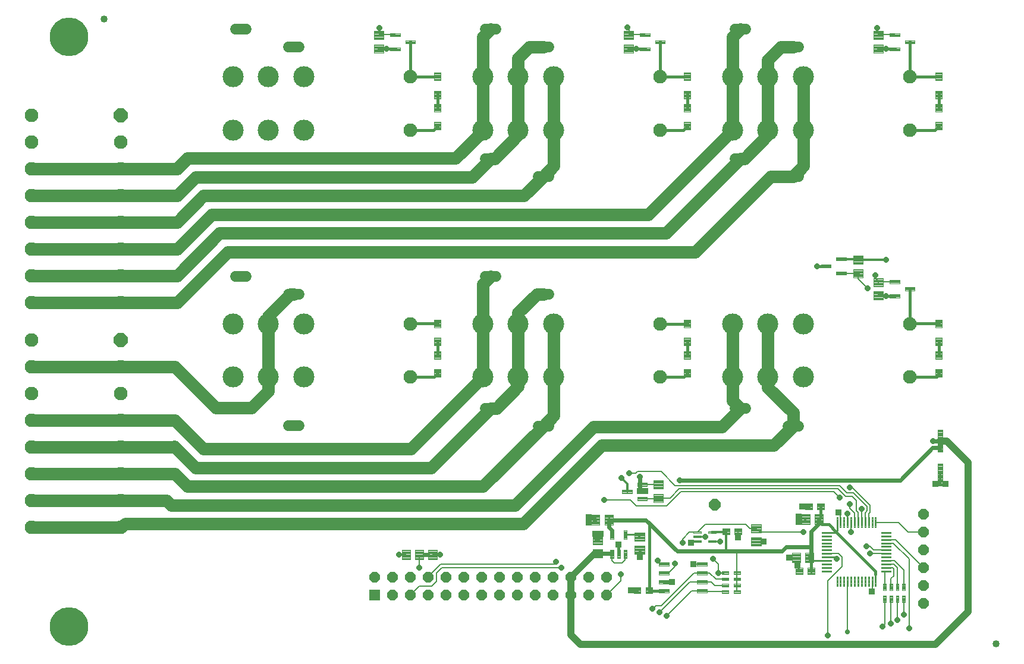
<source format=gtl>
G75*
%MOIN*%
%OFA0B0*%
%FSLAX25Y25*%
%IPPOS*%
%LPD*%
%AMOC8*
5,1,8,0,0,1.08239X$1,22.5*
%
%ADD10OC8,0.05906*%
%ADD11R,0.05906X0.05906*%
%ADD12C,0.00394*%
%ADD13C,0.00402*%
%ADD14C,0.00396*%
%ADD15C,0.00409*%
%ADD16C,0.00390*%
%ADD17C,0.00406*%
%ADD18C,0.04000*%
%ADD19C,0.11811*%
%ADD20C,0.07677*%
%ADD21C,0.06000*%
%ADD22OC8,0.07677*%
%ADD23OC8,0.06496*%
%ADD24C,0.00100*%
%ADD25C,0.21654*%
%ADD26R,0.03175X0.03175*%
%ADD27C,0.01600*%
%ADD28C,0.00800*%
%ADD29C,0.01000*%
%ADD30OC8,0.03175*%
%ADD31C,0.02400*%
%ADD32C,0.01200*%
%ADD33C,0.03200*%
%ADD34C,0.04000*%
%ADD35C,0.07000*%
%ADD36OC8,0.02781*%
D10*
X0309333Y0115232D03*
X0319333Y0115232D03*
X0329333Y0115232D03*
X0339333Y0115232D03*
X0349333Y0115232D03*
X0359333Y0115232D03*
X0369333Y0115232D03*
X0379333Y0115232D03*
X0389333Y0115232D03*
X0399333Y0115232D03*
X0409333Y0115232D03*
X0419333Y0115232D03*
X0429333Y0115232D03*
X0439333Y0115232D03*
X0439333Y0105232D03*
X0429333Y0105232D03*
X0419333Y0105232D03*
X0409333Y0105232D03*
X0399333Y0105232D03*
X0389333Y0105232D03*
X0379333Y0105232D03*
X0369333Y0105232D03*
X0359333Y0105232D03*
X0349333Y0105232D03*
X0339333Y0105232D03*
X0329333Y0105232D03*
X0319333Y0105232D03*
X0617188Y0100770D03*
X0617188Y0110770D03*
X0617188Y0120770D03*
X0617188Y0130770D03*
X0617188Y0140770D03*
X0617188Y0150770D03*
D11*
X0309333Y0105232D03*
D12*
X0454623Y0106249D02*
X0458559Y0106249D01*
X0454623Y0106249D02*
X0454623Y0109791D01*
X0458559Y0109791D01*
X0458559Y0106249D01*
X0458559Y0106642D02*
X0454623Y0106642D01*
X0454623Y0107035D02*
X0458559Y0107035D01*
X0458559Y0107428D02*
X0454623Y0107428D01*
X0454623Y0107821D02*
X0458559Y0107821D01*
X0458559Y0108214D02*
X0454623Y0108214D01*
X0454623Y0108607D02*
X0458559Y0108607D01*
X0458559Y0109000D02*
X0454623Y0109000D01*
X0454623Y0109393D02*
X0458559Y0109393D01*
X0458559Y0109786D02*
X0454623Y0109786D01*
X0461316Y0106249D02*
X0465252Y0106249D01*
X0461316Y0106249D02*
X0461316Y0109791D01*
X0465252Y0109791D01*
X0465252Y0106249D01*
X0465252Y0106642D02*
X0461316Y0106642D01*
X0461316Y0107035D02*
X0465252Y0107035D01*
X0465252Y0107428D02*
X0461316Y0107428D01*
X0461316Y0107821D02*
X0465252Y0107821D01*
X0465252Y0108214D02*
X0461316Y0108214D01*
X0461316Y0108607D02*
X0465252Y0108607D01*
X0465252Y0109000D02*
X0461316Y0109000D01*
X0461316Y0109393D02*
X0465252Y0109393D01*
X0465252Y0109786D02*
X0461316Y0109786D01*
X0504070Y0109961D02*
X0504070Y0111535D01*
X0507612Y0111535D01*
X0507612Y0109961D01*
X0504070Y0109961D01*
X0504070Y0110354D02*
X0507612Y0110354D01*
X0507612Y0110747D02*
X0504070Y0110747D01*
X0504070Y0111140D02*
X0507612Y0111140D01*
X0507612Y0111533D02*
X0504070Y0111533D01*
X0504070Y0113504D02*
X0504070Y0115078D01*
X0507612Y0115078D01*
X0507612Y0113504D01*
X0504070Y0113504D01*
X0504070Y0113897D02*
X0507612Y0113897D01*
X0507612Y0114290D02*
X0504070Y0114290D01*
X0504070Y0114683D02*
X0507612Y0114683D01*
X0507612Y0115076D02*
X0504070Y0115076D01*
X0504070Y0117048D02*
X0504070Y0118622D01*
X0507612Y0118622D01*
X0507612Y0117048D01*
X0504070Y0117048D01*
X0504070Y0117441D02*
X0507612Y0117441D01*
X0507612Y0117834D02*
X0504070Y0117834D01*
X0504070Y0118227D02*
X0507612Y0118227D01*
X0507612Y0118620D02*
X0504070Y0118620D01*
X0510763Y0118622D02*
X0510763Y0117048D01*
X0510763Y0118622D02*
X0514305Y0118622D01*
X0514305Y0117048D01*
X0510763Y0117048D01*
X0510763Y0117441D02*
X0514305Y0117441D01*
X0514305Y0117834D02*
X0510763Y0117834D01*
X0510763Y0118227D02*
X0514305Y0118227D01*
X0514305Y0118620D02*
X0510763Y0118620D01*
X0510763Y0115078D02*
X0510763Y0113504D01*
X0510763Y0115078D02*
X0514305Y0115078D01*
X0514305Y0113504D01*
X0510763Y0113504D01*
X0510763Y0113897D02*
X0514305Y0113897D01*
X0514305Y0114290D02*
X0510763Y0114290D01*
X0510763Y0114683D02*
X0514305Y0114683D01*
X0514305Y0115076D02*
X0510763Y0115076D01*
X0510763Y0111535D02*
X0510763Y0109961D01*
X0510763Y0111535D02*
X0514305Y0111535D01*
X0514305Y0109961D01*
X0510763Y0109961D01*
X0510763Y0110354D02*
X0514305Y0110354D01*
X0514305Y0110747D02*
X0510763Y0110747D01*
X0510763Y0111140D02*
X0514305Y0111140D01*
X0514305Y0111533D02*
X0510763Y0111533D01*
X0510763Y0107992D02*
X0510763Y0106418D01*
X0510763Y0107992D02*
X0514305Y0107992D01*
X0514305Y0106418D01*
X0510763Y0106418D01*
X0510763Y0106811D02*
X0514305Y0106811D01*
X0514305Y0107204D02*
X0510763Y0107204D01*
X0510763Y0107597D02*
X0514305Y0107597D01*
X0514305Y0107990D02*
X0510763Y0107990D01*
X0504070Y0107992D02*
X0504070Y0106418D01*
X0504070Y0107992D02*
X0507612Y0107992D01*
X0507612Y0106418D01*
X0504070Y0106418D01*
X0504070Y0106811D02*
X0507612Y0106811D01*
X0507612Y0107204D02*
X0504070Y0107204D01*
X0504070Y0107597D02*
X0507612Y0107597D01*
X0507612Y0107990D02*
X0504070Y0107990D01*
X0545373Y0120541D02*
X0549309Y0120541D01*
X0549309Y0116999D01*
X0545373Y0116999D01*
X0545373Y0120541D01*
X0545373Y0117392D02*
X0549309Y0117392D01*
X0549309Y0117785D02*
X0545373Y0117785D01*
X0545373Y0118178D02*
X0549309Y0118178D01*
X0549309Y0118571D02*
X0545373Y0118571D01*
X0545373Y0118964D02*
X0549309Y0118964D01*
X0549309Y0119357D02*
X0545373Y0119357D01*
X0545373Y0119750D02*
X0549309Y0119750D01*
X0549309Y0120143D02*
X0545373Y0120143D01*
X0545373Y0120536D02*
X0549309Y0120536D01*
X0552066Y0120541D02*
X0556002Y0120541D01*
X0556002Y0116999D01*
X0552066Y0116999D01*
X0552066Y0120541D01*
X0552066Y0117392D02*
X0556002Y0117392D01*
X0556002Y0117785D02*
X0552066Y0117785D01*
X0552066Y0118178D02*
X0556002Y0118178D01*
X0556002Y0118571D02*
X0552066Y0118571D01*
X0552066Y0118964D02*
X0556002Y0118964D01*
X0556002Y0119357D02*
X0552066Y0119357D01*
X0552066Y0119750D02*
X0556002Y0119750D01*
X0556002Y0120143D02*
X0552066Y0120143D01*
X0552066Y0120536D02*
X0556002Y0120536D01*
X0594586Y0111637D02*
X0596160Y0111637D01*
X0596160Y0108095D01*
X0594586Y0108095D01*
X0594586Y0111637D01*
X0594586Y0108488D02*
X0596160Y0108488D01*
X0596160Y0108881D02*
X0594586Y0108881D01*
X0594586Y0109274D02*
X0596160Y0109274D01*
X0596160Y0109667D02*
X0594586Y0109667D01*
X0594586Y0110060D02*
X0596160Y0110060D01*
X0596160Y0110453D02*
X0594586Y0110453D01*
X0594586Y0110846D02*
X0596160Y0110846D01*
X0596160Y0111239D02*
X0594586Y0111239D01*
X0594586Y0111632D02*
X0596160Y0111632D01*
X0598129Y0111637D02*
X0599703Y0111637D01*
X0599703Y0108095D01*
X0598129Y0108095D01*
X0598129Y0111637D01*
X0598129Y0108488D02*
X0599703Y0108488D01*
X0599703Y0108881D02*
X0598129Y0108881D01*
X0598129Y0109274D02*
X0599703Y0109274D01*
X0599703Y0109667D02*
X0598129Y0109667D01*
X0598129Y0110060D02*
X0599703Y0110060D01*
X0599703Y0110453D02*
X0598129Y0110453D01*
X0598129Y0110846D02*
X0599703Y0110846D01*
X0599703Y0111239D02*
X0598129Y0111239D01*
X0598129Y0111632D02*
X0599703Y0111632D01*
X0601672Y0111637D02*
X0603246Y0111637D01*
X0603246Y0108095D01*
X0601672Y0108095D01*
X0601672Y0111637D01*
X0601672Y0108488D02*
X0603246Y0108488D01*
X0603246Y0108881D02*
X0601672Y0108881D01*
X0601672Y0109274D02*
X0603246Y0109274D01*
X0603246Y0109667D02*
X0601672Y0109667D01*
X0601672Y0110060D02*
X0603246Y0110060D01*
X0603246Y0110453D02*
X0601672Y0110453D01*
X0601672Y0110846D02*
X0603246Y0110846D01*
X0603246Y0111239D02*
X0601672Y0111239D01*
X0601672Y0111632D02*
X0603246Y0111632D01*
X0605216Y0111637D02*
X0606790Y0111637D01*
X0606790Y0108095D01*
X0605216Y0108095D01*
X0605216Y0111637D01*
X0605216Y0108488D02*
X0606790Y0108488D01*
X0606790Y0108881D02*
X0605216Y0108881D01*
X0605216Y0109274D02*
X0606790Y0109274D01*
X0606790Y0109667D02*
X0605216Y0109667D01*
X0605216Y0110060D02*
X0606790Y0110060D01*
X0606790Y0110453D02*
X0605216Y0110453D01*
X0605216Y0110846D02*
X0606790Y0110846D01*
X0606790Y0111239D02*
X0605216Y0111239D01*
X0605216Y0111632D02*
X0606790Y0111632D01*
X0606790Y0104944D02*
X0605216Y0104944D01*
X0606790Y0104944D02*
X0606790Y0101402D01*
X0605216Y0101402D01*
X0605216Y0104944D01*
X0605216Y0101795D02*
X0606790Y0101795D01*
X0606790Y0102188D02*
X0605216Y0102188D01*
X0605216Y0102581D02*
X0606790Y0102581D01*
X0606790Y0102974D02*
X0605216Y0102974D01*
X0605216Y0103367D02*
X0606790Y0103367D01*
X0606790Y0103760D02*
X0605216Y0103760D01*
X0605216Y0104153D02*
X0606790Y0104153D01*
X0606790Y0104546D02*
X0605216Y0104546D01*
X0605216Y0104939D02*
X0606790Y0104939D01*
X0603246Y0104944D02*
X0601672Y0104944D01*
X0603246Y0104944D02*
X0603246Y0101402D01*
X0601672Y0101402D01*
X0601672Y0104944D01*
X0601672Y0101795D02*
X0603246Y0101795D01*
X0603246Y0102188D02*
X0601672Y0102188D01*
X0601672Y0102581D02*
X0603246Y0102581D01*
X0603246Y0102974D02*
X0601672Y0102974D01*
X0601672Y0103367D02*
X0603246Y0103367D01*
X0603246Y0103760D02*
X0601672Y0103760D01*
X0601672Y0104153D02*
X0603246Y0104153D01*
X0603246Y0104546D02*
X0601672Y0104546D01*
X0601672Y0104939D02*
X0603246Y0104939D01*
X0599703Y0104944D02*
X0598129Y0104944D01*
X0599703Y0104944D02*
X0599703Y0101402D01*
X0598129Y0101402D01*
X0598129Y0104944D01*
X0598129Y0101795D02*
X0599703Y0101795D01*
X0599703Y0102188D02*
X0598129Y0102188D01*
X0598129Y0102581D02*
X0599703Y0102581D01*
X0599703Y0102974D02*
X0598129Y0102974D01*
X0598129Y0103367D02*
X0599703Y0103367D01*
X0599703Y0103760D02*
X0598129Y0103760D01*
X0598129Y0104153D02*
X0599703Y0104153D01*
X0599703Y0104546D02*
X0598129Y0104546D01*
X0598129Y0104939D02*
X0599703Y0104939D01*
X0596160Y0104944D02*
X0594586Y0104944D01*
X0596160Y0104944D02*
X0596160Y0101402D01*
X0594586Y0101402D01*
X0594586Y0104944D01*
X0594586Y0101795D02*
X0596160Y0101795D01*
X0596160Y0102188D02*
X0594586Y0102188D01*
X0594586Y0102581D02*
X0596160Y0102581D01*
X0596160Y0102974D02*
X0594586Y0102974D01*
X0594586Y0103367D02*
X0596160Y0103367D01*
X0596160Y0103760D02*
X0594586Y0103760D01*
X0594586Y0104153D02*
X0596160Y0104153D01*
X0596160Y0104546D02*
X0594586Y0104546D01*
X0594586Y0104939D02*
X0596160Y0104939D01*
X0561502Y0153249D02*
X0557566Y0153249D01*
X0557566Y0156791D01*
X0561502Y0156791D01*
X0561502Y0153249D01*
X0561502Y0153642D02*
X0557566Y0153642D01*
X0557566Y0154035D02*
X0561502Y0154035D01*
X0561502Y0154428D02*
X0557566Y0154428D01*
X0557566Y0154821D02*
X0561502Y0154821D01*
X0561502Y0155214D02*
X0557566Y0155214D01*
X0557566Y0155607D02*
X0561502Y0155607D01*
X0561502Y0156000D02*
X0557566Y0156000D01*
X0557566Y0156393D02*
X0561502Y0156393D01*
X0561502Y0156786D02*
X0557566Y0156786D01*
X0554809Y0153249D02*
X0550873Y0153249D01*
X0550873Y0156791D01*
X0554809Y0156791D01*
X0554809Y0153249D01*
X0554809Y0153642D02*
X0550873Y0153642D01*
X0550873Y0154035D02*
X0554809Y0154035D01*
X0554809Y0154428D02*
X0550873Y0154428D01*
X0550873Y0154821D02*
X0554809Y0154821D01*
X0554809Y0155214D02*
X0550873Y0155214D01*
X0550873Y0155607D02*
X0554809Y0155607D01*
X0554809Y0156000D02*
X0550873Y0156000D01*
X0550873Y0156393D02*
X0554809Y0156393D01*
X0554809Y0156786D02*
X0550873Y0156786D01*
X0515002Y0139249D02*
X0511066Y0139249D01*
X0511066Y0142791D01*
X0515002Y0142791D01*
X0515002Y0139249D01*
X0515002Y0139642D02*
X0511066Y0139642D01*
X0511066Y0140035D02*
X0515002Y0140035D01*
X0515002Y0140428D02*
X0511066Y0140428D01*
X0511066Y0140821D02*
X0515002Y0140821D01*
X0515002Y0141214D02*
X0511066Y0141214D01*
X0511066Y0141607D02*
X0515002Y0141607D01*
X0515002Y0142000D02*
X0511066Y0142000D01*
X0511066Y0142393D02*
X0515002Y0142393D01*
X0515002Y0142786D02*
X0511066Y0142786D01*
X0508309Y0139249D02*
X0504373Y0139249D01*
X0504373Y0142791D01*
X0508309Y0142791D01*
X0508309Y0139249D01*
X0508309Y0139642D02*
X0504373Y0139642D01*
X0504373Y0140035D02*
X0508309Y0140035D01*
X0508309Y0140428D02*
X0504373Y0140428D01*
X0504373Y0140821D02*
X0508309Y0140821D01*
X0508309Y0141214D02*
X0504373Y0141214D01*
X0504373Y0141607D02*
X0508309Y0141607D01*
X0508309Y0142000D02*
X0504373Y0142000D01*
X0504373Y0142393D02*
X0508309Y0142393D01*
X0508309Y0142786D02*
X0504373Y0142786D01*
X0486459Y0227487D02*
X0486459Y0231817D01*
X0486459Y0227487D02*
X0482917Y0227487D01*
X0482917Y0231817D01*
X0486459Y0231817D01*
X0486459Y0227880D02*
X0482917Y0227880D01*
X0482917Y0228273D02*
X0486459Y0228273D01*
X0486459Y0228666D02*
X0482917Y0228666D01*
X0482917Y0229059D02*
X0486459Y0229059D01*
X0486459Y0229452D02*
X0482917Y0229452D01*
X0482917Y0229845D02*
X0486459Y0229845D01*
X0486459Y0230238D02*
X0482917Y0230238D01*
X0482917Y0230631D02*
X0486459Y0230631D01*
X0486459Y0231024D02*
X0482917Y0231024D01*
X0482917Y0231417D02*
X0486459Y0231417D01*
X0486459Y0231810D02*
X0482917Y0231810D01*
X0486459Y0237723D02*
X0486459Y0242053D01*
X0486459Y0237723D02*
X0482917Y0237723D01*
X0482917Y0242053D01*
X0486459Y0242053D01*
X0486459Y0238116D02*
X0482917Y0238116D01*
X0482917Y0238509D02*
X0486459Y0238509D01*
X0486459Y0238902D02*
X0482917Y0238902D01*
X0482917Y0239295D02*
X0486459Y0239295D01*
X0486459Y0239688D02*
X0482917Y0239688D01*
X0482917Y0240081D02*
X0486459Y0240081D01*
X0486459Y0240474D02*
X0482917Y0240474D01*
X0482917Y0240867D02*
X0486459Y0240867D01*
X0486459Y0241260D02*
X0482917Y0241260D01*
X0482917Y0241653D02*
X0486459Y0241653D01*
X0486459Y0242046D02*
X0482917Y0242046D01*
X0482917Y0245237D02*
X0482917Y0249567D01*
X0486459Y0249567D01*
X0486459Y0245237D01*
X0482917Y0245237D01*
X0482917Y0245630D02*
X0486459Y0245630D01*
X0486459Y0246023D02*
X0482917Y0246023D01*
X0482917Y0246416D02*
X0486459Y0246416D01*
X0486459Y0246809D02*
X0482917Y0246809D01*
X0482917Y0247202D02*
X0486459Y0247202D01*
X0486459Y0247595D02*
X0482917Y0247595D01*
X0482917Y0247988D02*
X0486459Y0247988D01*
X0486459Y0248381D02*
X0482917Y0248381D01*
X0482917Y0248774D02*
X0486459Y0248774D01*
X0486459Y0249167D02*
X0482917Y0249167D01*
X0482917Y0249560D02*
X0486459Y0249560D01*
X0482917Y0255473D02*
X0482917Y0259803D01*
X0486459Y0259803D01*
X0486459Y0255473D01*
X0482917Y0255473D01*
X0482917Y0255866D02*
X0486459Y0255866D01*
X0486459Y0256259D02*
X0482917Y0256259D01*
X0482917Y0256652D02*
X0486459Y0256652D01*
X0486459Y0257045D02*
X0482917Y0257045D01*
X0482917Y0257438D02*
X0486459Y0257438D01*
X0486459Y0257831D02*
X0482917Y0257831D01*
X0482917Y0258224D02*
X0486459Y0258224D01*
X0486459Y0258617D02*
X0482917Y0258617D01*
X0482917Y0259010D02*
X0486459Y0259010D01*
X0486459Y0259403D02*
X0482917Y0259403D01*
X0482917Y0259796D02*
X0486459Y0259796D01*
X0623917Y0259803D02*
X0623917Y0255473D01*
X0623917Y0259803D02*
X0627459Y0259803D01*
X0627459Y0255473D01*
X0623917Y0255473D01*
X0623917Y0255866D02*
X0627459Y0255866D01*
X0627459Y0256259D02*
X0623917Y0256259D01*
X0623917Y0256652D02*
X0627459Y0256652D01*
X0627459Y0257045D02*
X0623917Y0257045D01*
X0623917Y0257438D02*
X0627459Y0257438D01*
X0627459Y0257831D02*
X0623917Y0257831D01*
X0623917Y0258224D02*
X0627459Y0258224D01*
X0627459Y0258617D02*
X0623917Y0258617D01*
X0623917Y0259010D02*
X0627459Y0259010D01*
X0627459Y0259403D02*
X0623917Y0259403D01*
X0623917Y0259796D02*
X0627459Y0259796D01*
X0623917Y0249567D02*
X0623917Y0245237D01*
X0623917Y0249567D02*
X0627459Y0249567D01*
X0627459Y0245237D01*
X0623917Y0245237D01*
X0623917Y0245630D02*
X0627459Y0245630D01*
X0627459Y0246023D02*
X0623917Y0246023D01*
X0623917Y0246416D02*
X0627459Y0246416D01*
X0627459Y0246809D02*
X0623917Y0246809D01*
X0623917Y0247202D02*
X0627459Y0247202D01*
X0627459Y0247595D02*
X0623917Y0247595D01*
X0623917Y0247988D02*
X0627459Y0247988D01*
X0627459Y0248381D02*
X0623917Y0248381D01*
X0623917Y0248774D02*
X0627459Y0248774D01*
X0627459Y0249167D02*
X0623917Y0249167D01*
X0623917Y0249560D02*
X0627459Y0249560D01*
X0627459Y0242053D02*
X0627459Y0237723D01*
X0623917Y0237723D01*
X0623917Y0242053D01*
X0627459Y0242053D01*
X0627459Y0238116D02*
X0623917Y0238116D01*
X0623917Y0238509D02*
X0627459Y0238509D01*
X0627459Y0238902D02*
X0623917Y0238902D01*
X0623917Y0239295D02*
X0627459Y0239295D01*
X0627459Y0239688D02*
X0623917Y0239688D01*
X0623917Y0240081D02*
X0627459Y0240081D01*
X0627459Y0240474D02*
X0623917Y0240474D01*
X0623917Y0240867D02*
X0627459Y0240867D01*
X0627459Y0241260D02*
X0623917Y0241260D01*
X0623917Y0241653D02*
X0627459Y0241653D01*
X0627459Y0242046D02*
X0623917Y0242046D01*
X0627459Y0231817D02*
X0627459Y0227487D01*
X0623917Y0227487D01*
X0623917Y0231817D01*
X0627459Y0231817D01*
X0627459Y0227880D02*
X0623917Y0227880D01*
X0623917Y0228273D02*
X0627459Y0228273D01*
X0627459Y0228666D02*
X0623917Y0228666D01*
X0623917Y0229059D02*
X0627459Y0229059D01*
X0627459Y0229452D02*
X0623917Y0229452D01*
X0623917Y0229845D02*
X0627459Y0229845D01*
X0627459Y0230238D02*
X0623917Y0230238D01*
X0623917Y0230631D02*
X0627459Y0230631D01*
X0627459Y0231024D02*
X0623917Y0231024D01*
X0623917Y0231417D02*
X0627459Y0231417D01*
X0627459Y0231810D02*
X0623917Y0231810D01*
X0627459Y0366237D02*
X0627459Y0370567D01*
X0627459Y0366237D02*
X0623917Y0366237D01*
X0623917Y0370567D01*
X0627459Y0370567D01*
X0627459Y0366630D02*
X0623917Y0366630D01*
X0623917Y0367023D02*
X0627459Y0367023D01*
X0627459Y0367416D02*
X0623917Y0367416D01*
X0623917Y0367809D02*
X0627459Y0367809D01*
X0627459Y0368202D02*
X0623917Y0368202D01*
X0623917Y0368595D02*
X0627459Y0368595D01*
X0627459Y0368988D02*
X0623917Y0368988D01*
X0623917Y0369381D02*
X0627459Y0369381D01*
X0627459Y0369774D02*
X0623917Y0369774D01*
X0623917Y0370167D02*
X0627459Y0370167D01*
X0627459Y0370560D02*
X0623917Y0370560D01*
X0627459Y0376473D02*
X0627459Y0380803D01*
X0627459Y0376473D02*
X0623917Y0376473D01*
X0623917Y0380803D01*
X0627459Y0380803D01*
X0627459Y0376866D02*
X0623917Y0376866D01*
X0623917Y0377259D02*
X0627459Y0377259D01*
X0627459Y0377652D02*
X0623917Y0377652D01*
X0623917Y0378045D02*
X0627459Y0378045D01*
X0627459Y0378438D02*
X0623917Y0378438D01*
X0623917Y0378831D02*
X0627459Y0378831D01*
X0627459Y0379224D02*
X0623917Y0379224D01*
X0623917Y0379617D02*
X0627459Y0379617D01*
X0627459Y0380010D02*
X0623917Y0380010D01*
X0623917Y0380403D02*
X0627459Y0380403D01*
X0627459Y0380796D02*
X0623917Y0380796D01*
X0623917Y0383737D02*
X0623917Y0388067D01*
X0627459Y0388067D01*
X0627459Y0383737D01*
X0623917Y0383737D01*
X0623917Y0384130D02*
X0627459Y0384130D01*
X0627459Y0384523D02*
X0623917Y0384523D01*
X0623917Y0384916D02*
X0627459Y0384916D01*
X0627459Y0385309D02*
X0623917Y0385309D01*
X0623917Y0385702D02*
X0627459Y0385702D01*
X0627459Y0386095D02*
X0623917Y0386095D01*
X0623917Y0386488D02*
X0627459Y0386488D01*
X0627459Y0386881D02*
X0623917Y0386881D01*
X0623917Y0387274D02*
X0627459Y0387274D01*
X0627459Y0387667D02*
X0623917Y0387667D01*
X0623917Y0388060D02*
X0627459Y0388060D01*
X0623917Y0393973D02*
X0623917Y0398303D01*
X0627459Y0398303D01*
X0627459Y0393973D01*
X0623917Y0393973D01*
X0623917Y0394366D02*
X0627459Y0394366D01*
X0627459Y0394759D02*
X0623917Y0394759D01*
X0623917Y0395152D02*
X0627459Y0395152D01*
X0627459Y0395545D02*
X0623917Y0395545D01*
X0623917Y0395938D02*
X0627459Y0395938D01*
X0627459Y0396331D02*
X0623917Y0396331D01*
X0623917Y0396724D02*
X0627459Y0396724D01*
X0627459Y0397117D02*
X0623917Y0397117D01*
X0623917Y0397510D02*
X0627459Y0397510D01*
X0627459Y0397903D02*
X0623917Y0397903D01*
X0623917Y0398296D02*
X0627459Y0398296D01*
X0482917Y0398303D02*
X0482917Y0393973D01*
X0482917Y0398303D02*
X0486459Y0398303D01*
X0486459Y0393973D01*
X0482917Y0393973D01*
X0482917Y0394366D02*
X0486459Y0394366D01*
X0486459Y0394759D02*
X0482917Y0394759D01*
X0482917Y0395152D02*
X0486459Y0395152D01*
X0486459Y0395545D02*
X0482917Y0395545D01*
X0482917Y0395938D02*
X0486459Y0395938D01*
X0486459Y0396331D02*
X0482917Y0396331D01*
X0482917Y0396724D02*
X0486459Y0396724D01*
X0486459Y0397117D02*
X0482917Y0397117D01*
X0482917Y0397510D02*
X0486459Y0397510D01*
X0486459Y0397903D02*
X0482917Y0397903D01*
X0482917Y0398296D02*
X0486459Y0398296D01*
X0482917Y0388067D02*
X0482917Y0383737D01*
X0482917Y0388067D02*
X0486459Y0388067D01*
X0486459Y0383737D01*
X0482917Y0383737D01*
X0482917Y0384130D02*
X0486459Y0384130D01*
X0486459Y0384523D02*
X0482917Y0384523D01*
X0482917Y0384916D02*
X0486459Y0384916D01*
X0486459Y0385309D02*
X0482917Y0385309D01*
X0482917Y0385702D02*
X0486459Y0385702D01*
X0486459Y0386095D02*
X0482917Y0386095D01*
X0482917Y0386488D02*
X0486459Y0386488D01*
X0486459Y0386881D02*
X0482917Y0386881D01*
X0482917Y0387274D02*
X0486459Y0387274D01*
X0486459Y0387667D02*
X0482917Y0387667D01*
X0482917Y0388060D02*
X0486459Y0388060D01*
X0486459Y0380803D02*
X0486459Y0376473D01*
X0482917Y0376473D01*
X0482917Y0380803D01*
X0486459Y0380803D01*
X0486459Y0376866D02*
X0482917Y0376866D01*
X0482917Y0377259D02*
X0486459Y0377259D01*
X0486459Y0377652D02*
X0482917Y0377652D01*
X0482917Y0378045D02*
X0486459Y0378045D01*
X0486459Y0378438D02*
X0482917Y0378438D01*
X0482917Y0378831D02*
X0486459Y0378831D01*
X0486459Y0379224D02*
X0482917Y0379224D01*
X0482917Y0379617D02*
X0486459Y0379617D01*
X0486459Y0380010D02*
X0482917Y0380010D01*
X0482917Y0380403D02*
X0486459Y0380403D01*
X0486459Y0380796D02*
X0482917Y0380796D01*
X0486459Y0370567D02*
X0486459Y0366237D01*
X0482917Y0366237D01*
X0482917Y0370567D01*
X0486459Y0370567D01*
X0486459Y0366630D02*
X0482917Y0366630D01*
X0482917Y0367023D02*
X0486459Y0367023D01*
X0486459Y0367416D02*
X0482917Y0367416D01*
X0482917Y0367809D02*
X0486459Y0367809D01*
X0486459Y0368202D02*
X0482917Y0368202D01*
X0482917Y0368595D02*
X0486459Y0368595D01*
X0486459Y0368988D02*
X0482917Y0368988D01*
X0482917Y0369381D02*
X0486459Y0369381D01*
X0486459Y0369774D02*
X0482917Y0369774D01*
X0482917Y0370167D02*
X0486459Y0370167D01*
X0486459Y0370560D02*
X0482917Y0370560D01*
X0346459Y0370567D02*
X0346459Y0366237D01*
X0342917Y0366237D01*
X0342917Y0370567D01*
X0346459Y0370567D01*
X0346459Y0366630D02*
X0342917Y0366630D01*
X0342917Y0367023D02*
X0346459Y0367023D01*
X0346459Y0367416D02*
X0342917Y0367416D01*
X0342917Y0367809D02*
X0346459Y0367809D01*
X0346459Y0368202D02*
X0342917Y0368202D01*
X0342917Y0368595D02*
X0346459Y0368595D01*
X0346459Y0368988D02*
X0342917Y0368988D01*
X0342917Y0369381D02*
X0346459Y0369381D01*
X0346459Y0369774D02*
X0342917Y0369774D01*
X0342917Y0370167D02*
X0346459Y0370167D01*
X0346459Y0370560D02*
X0342917Y0370560D01*
X0346459Y0376473D02*
X0346459Y0380803D01*
X0346459Y0376473D02*
X0342917Y0376473D01*
X0342917Y0380803D01*
X0346459Y0380803D01*
X0346459Y0376866D02*
X0342917Y0376866D01*
X0342917Y0377259D02*
X0346459Y0377259D01*
X0346459Y0377652D02*
X0342917Y0377652D01*
X0342917Y0378045D02*
X0346459Y0378045D01*
X0346459Y0378438D02*
X0342917Y0378438D01*
X0342917Y0378831D02*
X0346459Y0378831D01*
X0346459Y0379224D02*
X0342917Y0379224D01*
X0342917Y0379617D02*
X0346459Y0379617D01*
X0346459Y0380010D02*
X0342917Y0380010D01*
X0342917Y0380403D02*
X0346459Y0380403D01*
X0346459Y0380796D02*
X0342917Y0380796D01*
X0342917Y0383737D02*
X0342917Y0388067D01*
X0346459Y0388067D01*
X0346459Y0383737D01*
X0342917Y0383737D01*
X0342917Y0384130D02*
X0346459Y0384130D01*
X0346459Y0384523D02*
X0342917Y0384523D01*
X0342917Y0384916D02*
X0346459Y0384916D01*
X0346459Y0385309D02*
X0342917Y0385309D01*
X0342917Y0385702D02*
X0346459Y0385702D01*
X0346459Y0386095D02*
X0342917Y0386095D01*
X0342917Y0386488D02*
X0346459Y0386488D01*
X0346459Y0386881D02*
X0342917Y0386881D01*
X0342917Y0387274D02*
X0346459Y0387274D01*
X0346459Y0387667D02*
X0342917Y0387667D01*
X0342917Y0388060D02*
X0346459Y0388060D01*
X0342917Y0393973D02*
X0342917Y0398303D01*
X0346459Y0398303D01*
X0346459Y0393973D01*
X0342917Y0393973D01*
X0342917Y0394366D02*
X0346459Y0394366D01*
X0346459Y0394759D02*
X0342917Y0394759D01*
X0342917Y0395152D02*
X0346459Y0395152D01*
X0346459Y0395545D02*
X0342917Y0395545D01*
X0342917Y0395938D02*
X0346459Y0395938D01*
X0346459Y0396331D02*
X0342917Y0396331D01*
X0342917Y0396724D02*
X0346459Y0396724D01*
X0346459Y0397117D02*
X0342917Y0397117D01*
X0342917Y0397510D02*
X0346459Y0397510D01*
X0346459Y0397903D02*
X0342917Y0397903D01*
X0342917Y0398296D02*
X0346459Y0398296D01*
X0342917Y0259803D02*
X0342917Y0255473D01*
X0342917Y0259803D02*
X0346459Y0259803D01*
X0346459Y0255473D01*
X0342917Y0255473D01*
X0342917Y0255866D02*
X0346459Y0255866D01*
X0346459Y0256259D02*
X0342917Y0256259D01*
X0342917Y0256652D02*
X0346459Y0256652D01*
X0346459Y0257045D02*
X0342917Y0257045D01*
X0342917Y0257438D02*
X0346459Y0257438D01*
X0346459Y0257831D02*
X0342917Y0257831D01*
X0342917Y0258224D02*
X0346459Y0258224D01*
X0346459Y0258617D02*
X0342917Y0258617D01*
X0342917Y0259010D02*
X0346459Y0259010D01*
X0346459Y0259403D02*
X0342917Y0259403D01*
X0342917Y0259796D02*
X0346459Y0259796D01*
X0342917Y0249567D02*
X0342917Y0245237D01*
X0342917Y0249567D02*
X0346459Y0249567D01*
X0346459Y0245237D01*
X0342917Y0245237D01*
X0342917Y0245630D02*
X0346459Y0245630D01*
X0346459Y0246023D02*
X0342917Y0246023D01*
X0342917Y0246416D02*
X0346459Y0246416D01*
X0346459Y0246809D02*
X0342917Y0246809D01*
X0342917Y0247202D02*
X0346459Y0247202D01*
X0346459Y0247595D02*
X0342917Y0247595D01*
X0342917Y0247988D02*
X0346459Y0247988D01*
X0346459Y0248381D02*
X0342917Y0248381D01*
X0342917Y0248774D02*
X0346459Y0248774D01*
X0346459Y0249167D02*
X0342917Y0249167D01*
X0342917Y0249560D02*
X0346459Y0249560D01*
X0346459Y0242053D02*
X0346459Y0237723D01*
X0342917Y0237723D01*
X0342917Y0242053D01*
X0346459Y0242053D01*
X0346459Y0238116D02*
X0342917Y0238116D01*
X0342917Y0238509D02*
X0346459Y0238509D01*
X0346459Y0238902D02*
X0342917Y0238902D01*
X0342917Y0239295D02*
X0346459Y0239295D01*
X0346459Y0239688D02*
X0342917Y0239688D01*
X0342917Y0240081D02*
X0346459Y0240081D01*
X0346459Y0240474D02*
X0342917Y0240474D01*
X0342917Y0240867D02*
X0346459Y0240867D01*
X0346459Y0241260D02*
X0342917Y0241260D01*
X0342917Y0241653D02*
X0346459Y0241653D01*
X0346459Y0242046D02*
X0342917Y0242046D01*
X0346459Y0231817D02*
X0346459Y0227487D01*
X0342917Y0227487D01*
X0342917Y0231817D01*
X0346459Y0231817D01*
X0346459Y0227880D02*
X0342917Y0227880D01*
X0342917Y0228273D02*
X0346459Y0228273D01*
X0346459Y0228666D02*
X0342917Y0228666D01*
X0342917Y0229059D02*
X0346459Y0229059D01*
X0346459Y0229452D02*
X0342917Y0229452D01*
X0342917Y0229845D02*
X0346459Y0229845D01*
X0346459Y0230238D02*
X0342917Y0230238D01*
X0342917Y0230631D02*
X0346459Y0230631D01*
X0346459Y0231024D02*
X0342917Y0231024D01*
X0342917Y0231417D02*
X0346459Y0231417D01*
X0346459Y0231810D02*
X0342917Y0231810D01*
D13*
X0468708Y0123769D02*
X0474408Y0123769D01*
X0474408Y0121809D01*
X0468708Y0121809D01*
X0468708Y0123769D01*
X0468708Y0122210D02*
X0474408Y0122210D01*
X0474408Y0122611D02*
X0468708Y0122611D01*
X0468708Y0123012D02*
X0474408Y0123012D01*
X0474408Y0123413D02*
X0468708Y0123413D01*
X0468708Y0118769D02*
X0474408Y0118769D01*
X0474408Y0116809D01*
X0468708Y0116809D01*
X0468708Y0118769D01*
X0468708Y0117210D02*
X0474408Y0117210D01*
X0474408Y0117611D02*
X0468708Y0117611D01*
X0468708Y0118012D02*
X0474408Y0118012D01*
X0474408Y0118413D02*
X0468708Y0118413D01*
X0468708Y0113769D02*
X0474408Y0113769D01*
X0474408Y0111809D01*
X0468708Y0111809D01*
X0468708Y0113769D01*
X0468708Y0112210D02*
X0474408Y0112210D01*
X0474408Y0112611D02*
X0468708Y0112611D01*
X0468708Y0113012D02*
X0474408Y0113012D01*
X0474408Y0113413D02*
X0468708Y0113413D01*
X0468708Y0108769D02*
X0474408Y0108769D01*
X0474408Y0106809D01*
X0468708Y0106809D01*
X0468708Y0108769D01*
X0468708Y0107210D02*
X0474408Y0107210D01*
X0474408Y0107611D02*
X0468708Y0107611D01*
X0468708Y0108012D02*
X0474408Y0108012D01*
X0474408Y0108413D02*
X0468708Y0108413D01*
X0489968Y0108769D02*
X0495668Y0108769D01*
X0495668Y0106809D01*
X0489968Y0106809D01*
X0489968Y0108769D01*
X0489968Y0107210D02*
X0495668Y0107210D01*
X0495668Y0107611D02*
X0489968Y0107611D01*
X0489968Y0108012D02*
X0495668Y0108012D01*
X0495668Y0108413D02*
X0489968Y0108413D01*
X0489968Y0113769D02*
X0495668Y0113769D01*
X0495668Y0111809D01*
X0489968Y0111809D01*
X0489968Y0113769D01*
X0489968Y0112210D02*
X0495668Y0112210D01*
X0495668Y0112611D02*
X0489968Y0112611D01*
X0489968Y0113012D02*
X0495668Y0113012D01*
X0495668Y0113413D02*
X0489968Y0113413D01*
X0489968Y0118769D02*
X0495668Y0118769D01*
X0495668Y0116809D01*
X0489968Y0116809D01*
X0489968Y0118769D01*
X0489968Y0117210D02*
X0495668Y0117210D01*
X0495668Y0117611D02*
X0489968Y0117611D01*
X0489968Y0118012D02*
X0495668Y0118012D01*
X0495668Y0118413D02*
X0489968Y0118413D01*
X0489968Y0123769D02*
X0495668Y0123769D01*
X0495668Y0121809D01*
X0489968Y0121809D01*
X0489968Y0123769D01*
X0489968Y0122210D02*
X0495668Y0122210D01*
X0495668Y0122611D02*
X0489968Y0122611D01*
X0489968Y0123012D02*
X0495668Y0123012D01*
X0495668Y0123413D02*
X0489968Y0123413D01*
D14*
X0450790Y0125968D02*
X0450790Y0130772D01*
X0450790Y0125968D02*
X0448986Y0125968D01*
X0448986Y0130772D01*
X0450790Y0130772D01*
X0450790Y0126363D02*
X0448986Y0126363D01*
X0448986Y0126758D02*
X0450790Y0126758D01*
X0450790Y0127153D02*
X0448986Y0127153D01*
X0448986Y0127548D02*
X0450790Y0127548D01*
X0450790Y0127943D02*
X0448986Y0127943D01*
X0448986Y0128338D02*
X0450790Y0128338D01*
X0450790Y0128733D02*
X0448986Y0128733D01*
X0448986Y0129128D02*
X0450790Y0129128D01*
X0450790Y0129523D02*
X0448986Y0129523D01*
X0448986Y0129918D02*
X0450790Y0129918D01*
X0450790Y0130313D02*
X0448986Y0130313D01*
X0448986Y0130708D02*
X0450790Y0130708D01*
X0447090Y0130772D02*
X0447090Y0125968D01*
X0445286Y0125968D01*
X0445286Y0130772D01*
X0447090Y0130772D01*
X0447090Y0126363D02*
X0445286Y0126363D01*
X0445286Y0126758D02*
X0447090Y0126758D01*
X0447090Y0127153D02*
X0445286Y0127153D01*
X0445286Y0127548D02*
X0447090Y0127548D01*
X0447090Y0127943D02*
X0445286Y0127943D01*
X0445286Y0128338D02*
X0447090Y0128338D01*
X0447090Y0128733D02*
X0445286Y0128733D01*
X0445286Y0129128D02*
X0447090Y0129128D01*
X0447090Y0129523D02*
X0445286Y0129523D01*
X0445286Y0129918D02*
X0447090Y0129918D01*
X0447090Y0130313D02*
X0445286Y0130313D01*
X0445286Y0130708D02*
X0447090Y0130708D01*
X0443390Y0130772D02*
X0443390Y0125968D01*
X0441586Y0125968D01*
X0441586Y0130772D01*
X0443390Y0130772D01*
X0443390Y0126363D02*
X0441586Y0126363D01*
X0441586Y0126758D02*
X0443390Y0126758D01*
X0443390Y0127153D02*
X0441586Y0127153D01*
X0441586Y0127548D02*
X0443390Y0127548D01*
X0443390Y0127943D02*
X0441586Y0127943D01*
X0441586Y0128338D02*
X0443390Y0128338D01*
X0443390Y0128733D02*
X0441586Y0128733D01*
X0441586Y0129128D02*
X0443390Y0129128D01*
X0443390Y0129523D02*
X0441586Y0129523D01*
X0441586Y0129918D02*
X0443390Y0129918D01*
X0443390Y0130313D02*
X0441586Y0130313D01*
X0441586Y0130708D02*
X0443390Y0130708D01*
X0443390Y0136768D02*
X0443390Y0141572D01*
X0443390Y0136768D02*
X0441586Y0136768D01*
X0441586Y0141572D01*
X0443390Y0141572D01*
X0443390Y0137163D02*
X0441586Y0137163D01*
X0441586Y0137558D02*
X0443390Y0137558D01*
X0443390Y0137953D02*
X0441586Y0137953D01*
X0441586Y0138348D02*
X0443390Y0138348D01*
X0443390Y0138743D02*
X0441586Y0138743D01*
X0441586Y0139138D02*
X0443390Y0139138D01*
X0443390Y0139533D02*
X0441586Y0139533D01*
X0441586Y0139928D02*
X0443390Y0139928D01*
X0443390Y0140323D02*
X0441586Y0140323D01*
X0441586Y0140718D02*
X0443390Y0140718D01*
X0443390Y0141113D02*
X0441586Y0141113D01*
X0441586Y0141508D02*
X0443390Y0141508D01*
X0450790Y0141572D02*
X0450790Y0136768D01*
X0448986Y0136768D01*
X0448986Y0141572D01*
X0450790Y0141572D01*
X0450790Y0137163D02*
X0448986Y0137163D01*
X0448986Y0137558D02*
X0450790Y0137558D01*
X0450790Y0137953D02*
X0448986Y0137953D01*
X0448986Y0138348D02*
X0450790Y0138348D01*
X0450790Y0138743D02*
X0448986Y0138743D01*
X0448986Y0139138D02*
X0450790Y0139138D01*
X0450790Y0139533D02*
X0448986Y0139533D01*
X0448986Y0139928D02*
X0450790Y0139928D01*
X0450790Y0140323D02*
X0448986Y0140323D01*
X0448986Y0140718D02*
X0450790Y0140718D01*
X0450790Y0141113D02*
X0448986Y0141113D01*
X0448986Y0141508D02*
X0450790Y0141508D01*
X0456636Y0160172D02*
X0462240Y0160172D01*
X0462240Y0158368D01*
X0456636Y0158368D01*
X0456636Y0160172D01*
X0456636Y0158763D02*
X0462240Y0158763D01*
X0462240Y0159158D02*
X0456636Y0159158D01*
X0456636Y0159553D02*
X0462240Y0159553D01*
X0462240Y0159948D02*
X0456636Y0159948D01*
X0453740Y0164172D02*
X0448136Y0164172D01*
X0453740Y0164172D02*
X0453740Y0162368D01*
X0448136Y0162368D01*
X0448136Y0164172D01*
X0448136Y0162763D02*
X0453740Y0162763D01*
X0453740Y0163158D02*
X0448136Y0163158D01*
X0448136Y0163553D02*
X0453740Y0163553D01*
X0453740Y0163948D02*
X0448136Y0163948D01*
X0456636Y0168172D02*
X0462240Y0168172D01*
X0462240Y0166368D01*
X0456636Y0166368D01*
X0456636Y0168172D01*
X0456636Y0166763D02*
X0462240Y0166763D01*
X0462240Y0167158D02*
X0456636Y0167158D01*
X0456636Y0167553D02*
X0462240Y0167553D01*
X0462240Y0167948D02*
X0456636Y0167948D01*
X0560136Y0140672D02*
X0560136Y0139968D01*
X0560136Y0140672D02*
X0565540Y0140672D01*
X0565540Y0139968D01*
X0560136Y0139968D01*
X0560136Y0140363D02*
X0565540Y0140363D01*
X0560136Y0138772D02*
X0560136Y0138068D01*
X0560136Y0138772D02*
X0565540Y0138772D01*
X0565540Y0138068D01*
X0560136Y0138068D01*
X0560136Y0138463D02*
X0565540Y0138463D01*
X0560136Y0136772D02*
X0560136Y0136068D01*
X0560136Y0136772D02*
X0565540Y0136772D01*
X0565540Y0136068D01*
X0560136Y0136068D01*
X0560136Y0136463D02*
X0565540Y0136463D01*
X0560136Y0134772D02*
X0560136Y0134068D01*
X0560136Y0134772D02*
X0565540Y0134772D01*
X0565540Y0134068D01*
X0560136Y0134068D01*
X0560136Y0134463D02*
X0565540Y0134463D01*
X0560136Y0132872D02*
X0560136Y0132168D01*
X0560136Y0132872D02*
X0565540Y0132872D01*
X0565540Y0132168D01*
X0560136Y0132168D01*
X0560136Y0132563D02*
X0565540Y0132563D01*
X0560136Y0130872D02*
X0560136Y0130168D01*
X0560136Y0130872D02*
X0565540Y0130872D01*
X0565540Y0130168D01*
X0560136Y0130168D01*
X0560136Y0130563D02*
X0565540Y0130563D01*
X0560136Y0128872D02*
X0560136Y0128168D01*
X0560136Y0128872D02*
X0565540Y0128872D01*
X0565540Y0128168D01*
X0560136Y0128168D01*
X0560136Y0128563D02*
X0565540Y0128563D01*
X0560136Y0126872D02*
X0560136Y0126168D01*
X0560136Y0126872D02*
X0565540Y0126872D01*
X0565540Y0126168D01*
X0560136Y0126168D01*
X0560136Y0126563D02*
X0565540Y0126563D01*
X0560136Y0124972D02*
X0560136Y0124268D01*
X0560136Y0124972D02*
X0565540Y0124972D01*
X0565540Y0124268D01*
X0560136Y0124268D01*
X0560136Y0124663D02*
X0565540Y0124663D01*
X0560136Y0122972D02*
X0560136Y0122268D01*
X0560136Y0122972D02*
X0565540Y0122972D01*
X0565540Y0122268D01*
X0560136Y0122268D01*
X0560136Y0122663D02*
X0565540Y0122663D01*
X0560136Y0120972D02*
X0560136Y0120268D01*
X0560136Y0120972D02*
X0565540Y0120972D01*
X0565540Y0120268D01*
X0560136Y0120268D01*
X0560136Y0120663D02*
X0565540Y0120663D01*
X0560136Y0119072D02*
X0560136Y0118368D01*
X0560136Y0119072D02*
X0565540Y0119072D01*
X0565540Y0118368D01*
X0560136Y0118368D01*
X0560136Y0118763D02*
X0565540Y0118763D01*
X0568286Y0115622D02*
X0568990Y0115622D01*
X0568990Y0110218D01*
X0568286Y0110218D01*
X0568286Y0115622D01*
X0568286Y0110613D02*
X0568990Y0110613D01*
X0568990Y0111008D02*
X0568286Y0111008D01*
X0568286Y0111403D02*
X0568990Y0111403D01*
X0568990Y0111798D02*
X0568286Y0111798D01*
X0568286Y0112193D02*
X0568990Y0112193D01*
X0568990Y0112588D02*
X0568286Y0112588D01*
X0568286Y0112983D02*
X0568990Y0112983D01*
X0568990Y0113378D02*
X0568286Y0113378D01*
X0568286Y0113773D02*
X0568990Y0113773D01*
X0568990Y0114168D02*
X0568286Y0114168D01*
X0568286Y0114563D02*
X0568990Y0114563D01*
X0568990Y0114958D02*
X0568286Y0114958D01*
X0568286Y0115353D02*
X0568990Y0115353D01*
X0570186Y0115622D02*
X0570890Y0115622D01*
X0570890Y0110218D01*
X0570186Y0110218D01*
X0570186Y0115622D01*
X0570186Y0110613D02*
X0570890Y0110613D01*
X0570890Y0111008D02*
X0570186Y0111008D01*
X0570186Y0111403D02*
X0570890Y0111403D01*
X0570890Y0111798D02*
X0570186Y0111798D01*
X0570186Y0112193D02*
X0570890Y0112193D01*
X0570890Y0112588D02*
X0570186Y0112588D01*
X0570186Y0112983D02*
X0570890Y0112983D01*
X0570890Y0113378D02*
X0570186Y0113378D01*
X0570186Y0113773D02*
X0570890Y0113773D01*
X0570890Y0114168D02*
X0570186Y0114168D01*
X0570186Y0114563D02*
X0570890Y0114563D01*
X0570890Y0114958D02*
X0570186Y0114958D01*
X0570186Y0115353D02*
X0570890Y0115353D01*
X0572186Y0115622D02*
X0572890Y0115622D01*
X0572890Y0110218D01*
X0572186Y0110218D01*
X0572186Y0115622D01*
X0572186Y0110613D02*
X0572890Y0110613D01*
X0572890Y0111008D02*
X0572186Y0111008D01*
X0572186Y0111403D02*
X0572890Y0111403D01*
X0572890Y0111798D02*
X0572186Y0111798D01*
X0572186Y0112193D02*
X0572890Y0112193D01*
X0572890Y0112588D02*
X0572186Y0112588D01*
X0572186Y0112983D02*
X0572890Y0112983D01*
X0572890Y0113378D02*
X0572186Y0113378D01*
X0572186Y0113773D02*
X0572890Y0113773D01*
X0572890Y0114168D02*
X0572186Y0114168D01*
X0572186Y0114563D02*
X0572890Y0114563D01*
X0572890Y0114958D02*
X0572186Y0114958D01*
X0572186Y0115353D02*
X0572890Y0115353D01*
X0574186Y0115622D02*
X0574890Y0115622D01*
X0574890Y0110218D01*
X0574186Y0110218D01*
X0574186Y0115622D01*
X0574186Y0110613D02*
X0574890Y0110613D01*
X0574890Y0111008D02*
X0574186Y0111008D01*
X0574186Y0111403D02*
X0574890Y0111403D01*
X0574890Y0111798D02*
X0574186Y0111798D01*
X0574186Y0112193D02*
X0574890Y0112193D01*
X0574890Y0112588D02*
X0574186Y0112588D01*
X0574186Y0112983D02*
X0574890Y0112983D01*
X0574890Y0113378D02*
X0574186Y0113378D01*
X0574186Y0113773D02*
X0574890Y0113773D01*
X0574890Y0114168D02*
X0574186Y0114168D01*
X0574186Y0114563D02*
X0574890Y0114563D01*
X0574890Y0114958D02*
X0574186Y0114958D01*
X0574186Y0115353D02*
X0574890Y0115353D01*
X0576086Y0115622D02*
X0576790Y0115622D01*
X0576790Y0110218D01*
X0576086Y0110218D01*
X0576086Y0115622D01*
X0576086Y0110613D02*
X0576790Y0110613D01*
X0576790Y0111008D02*
X0576086Y0111008D01*
X0576086Y0111403D02*
X0576790Y0111403D01*
X0576790Y0111798D02*
X0576086Y0111798D01*
X0576086Y0112193D02*
X0576790Y0112193D01*
X0576790Y0112588D02*
X0576086Y0112588D01*
X0576086Y0112983D02*
X0576790Y0112983D01*
X0576790Y0113378D02*
X0576086Y0113378D01*
X0576086Y0113773D02*
X0576790Y0113773D01*
X0576790Y0114168D02*
X0576086Y0114168D01*
X0576086Y0114563D02*
X0576790Y0114563D01*
X0576790Y0114958D02*
X0576086Y0114958D01*
X0576086Y0115353D02*
X0576790Y0115353D01*
X0578086Y0115622D02*
X0578790Y0115622D01*
X0578790Y0110218D01*
X0578086Y0110218D01*
X0578086Y0115622D01*
X0578086Y0110613D02*
X0578790Y0110613D01*
X0578790Y0111008D02*
X0578086Y0111008D01*
X0578086Y0111403D02*
X0578790Y0111403D01*
X0578790Y0111798D02*
X0578086Y0111798D01*
X0578086Y0112193D02*
X0578790Y0112193D01*
X0578790Y0112588D02*
X0578086Y0112588D01*
X0578086Y0112983D02*
X0578790Y0112983D01*
X0578790Y0113378D02*
X0578086Y0113378D01*
X0578086Y0113773D02*
X0578790Y0113773D01*
X0578790Y0114168D02*
X0578086Y0114168D01*
X0578086Y0114563D02*
X0578790Y0114563D01*
X0578790Y0114958D02*
X0578086Y0114958D01*
X0578086Y0115353D02*
X0578790Y0115353D01*
X0580086Y0115622D02*
X0580790Y0115622D01*
X0580790Y0110218D01*
X0580086Y0110218D01*
X0580086Y0115622D01*
X0580086Y0110613D02*
X0580790Y0110613D01*
X0580790Y0111008D02*
X0580086Y0111008D01*
X0580086Y0111403D02*
X0580790Y0111403D01*
X0580790Y0111798D02*
X0580086Y0111798D01*
X0580086Y0112193D02*
X0580790Y0112193D01*
X0580790Y0112588D02*
X0580086Y0112588D01*
X0580086Y0112983D02*
X0580790Y0112983D01*
X0580790Y0113378D02*
X0580086Y0113378D01*
X0580086Y0113773D02*
X0580790Y0113773D01*
X0580790Y0114168D02*
X0580086Y0114168D01*
X0580086Y0114563D02*
X0580790Y0114563D01*
X0580790Y0114958D02*
X0580086Y0114958D01*
X0580086Y0115353D02*
X0580790Y0115353D01*
X0582086Y0115622D02*
X0582790Y0115622D01*
X0582790Y0110218D01*
X0582086Y0110218D01*
X0582086Y0115622D01*
X0582086Y0110613D02*
X0582790Y0110613D01*
X0582790Y0111008D02*
X0582086Y0111008D01*
X0582086Y0111403D02*
X0582790Y0111403D01*
X0582790Y0111798D02*
X0582086Y0111798D01*
X0582086Y0112193D02*
X0582790Y0112193D01*
X0582790Y0112588D02*
X0582086Y0112588D01*
X0582086Y0112983D02*
X0582790Y0112983D01*
X0582790Y0113378D02*
X0582086Y0113378D01*
X0582086Y0113773D02*
X0582790Y0113773D01*
X0582790Y0114168D02*
X0582086Y0114168D01*
X0582086Y0114563D02*
X0582790Y0114563D01*
X0582790Y0114958D02*
X0582086Y0114958D01*
X0582086Y0115353D02*
X0582790Y0115353D01*
X0583986Y0115622D02*
X0584690Y0115622D01*
X0584690Y0110218D01*
X0583986Y0110218D01*
X0583986Y0115622D01*
X0583986Y0110613D02*
X0584690Y0110613D01*
X0584690Y0111008D02*
X0583986Y0111008D01*
X0583986Y0111403D02*
X0584690Y0111403D01*
X0584690Y0111798D02*
X0583986Y0111798D01*
X0583986Y0112193D02*
X0584690Y0112193D01*
X0584690Y0112588D02*
X0583986Y0112588D01*
X0583986Y0112983D02*
X0584690Y0112983D01*
X0584690Y0113378D02*
X0583986Y0113378D01*
X0583986Y0113773D02*
X0584690Y0113773D01*
X0584690Y0114168D02*
X0583986Y0114168D01*
X0583986Y0114563D02*
X0584690Y0114563D01*
X0584690Y0114958D02*
X0583986Y0114958D01*
X0583986Y0115353D02*
X0584690Y0115353D01*
X0585986Y0115622D02*
X0586690Y0115622D01*
X0586690Y0110218D01*
X0585986Y0110218D01*
X0585986Y0115622D01*
X0585986Y0110613D02*
X0586690Y0110613D01*
X0586690Y0111008D02*
X0585986Y0111008D01*
X0585986Y0111403D02*
X0586690Y0111403D01*
X0586690Y0111798D02*
X0585986Y0111798D01*
X0585986Y0112193D02*
X0586690Y0112193D01*
X0586690Y0112588D02*
X0585986Y0112588D01*
X0585986Y0112983D02*
X0586690Y0112983D01*
X0586690Y0113378D02*
X0585986Y0113378D01*
X0585986Y0113773D02*
X0586690Y0113773D01*
X0586690Y0114168D02*
X0585986Y0114168D01*
X0585986Y0114563D02*
X0586690Y0114563D01*
X0586690Y0114958D02*
X0585986Y0114958D01*
X0585986Y0115353D02*
X0586690Y0115353D01*
X0587986Y0115622D02*
X0588690Y0115622D01*
X0588690Y0110218D01*
X0587986Y0110218D01*
X0587986Y0115622D01*
X0587986Y0110613D02*
X0588690Y0110613D01*
X0588690Y0111008D02*
X0587986Y0111008D01*
X0587986Y0111403D02*
X0588690Y0111403D01*
X0588690Y0111798D02*
X0587986Y0111798D01*
X0587986Y0112193D02*
X0588690Y0112193D01*
X0588690Y0112588D02*
X0587986Y0112588D01*
X0587986Y0112983D02*
X0588690Y0112983D01*
X0588690Y0113378D02*
X0587986Y0113378D01*
X0587986Y0113773D02*
X0588690Y0113773D01*
X0588690Y0114168D02*
X0587986Y0114168D01*
X0587986Y0114563D02*
X0588690Y0114563D01*
X0588690Y0114958D02*
X0587986Y0114958D01*
X0587986Y0115353D02*
X0588690Y0115353D01*
X0589886Y0115622D02*
X0590590Y0115622D01*
X0590590Y0110218D01*
X0589886Y0110218D01*
X0589886Y0115622D01*
X0589886Y0110613D02*
X0590590Y0110613D01*
X0590590Y0111008D02*
X0589886Y0111008D01*
X0589886Y0111403D02*
X0590590Y0111403D01*
X0590590Y0111798D02*
X0589886Y0111798D01*
X0589886Y0112193D02*
X0590590Y0112193D01*
X0590590Y0112588D02*
X0589886Y0112588D01*
X0589886Y0112983D02*
X0590590Y0112983D01*
X0590590Y0113378D02*
X0589886Y0113378D01*
X0589886Y0113773D02*
X0590590Y0113773D01*
X0590590Y0114168D02*
X0589886Y0114168D01*
X0589886Y0114563D02*
X0590590Y0114563D01*
X0590590Y0114958D02*
X0589886Y0114958D01*
X0589886Y0115353D02*
X0590590Y0115353D01*
X0593336Y0118368D02*
X0593336Y0119072D01*
X0598740Y0119072D01*
X0598740Y0118368D01*
X0593336Y0118368D01*
X0593336Y0118763D02*
X0598740Y0118763D01*
X0593336Y0120268D02*
X0593336Y0120972D01*
X0598740Y0120972D01*
X0598740Y0120268D01*
X0593336Y0120268D01*
X0593336Y0120663D02*
X0598740Y0120663D01*
X0593336Y0122268D02*
X0593336Y0122972D01*
X0598740Y0122972D01*
X0598740Y0122268D01*
X0593336Y0122268D01*
X0593336Y0122663D02*
X0598740Y0122663D01*
X0593336Y0124268D02*
X0593336Y0124972D01*
X0598740Y0124972D01*
X0598740Y0124268D01*
X0593336Y0124268D01*
X0593336Y0124663D02*
X0598740Y0124663D01*
X0593336Y0126168D02*
X0593336Y0126872D01*
X0598740Y0126872D01*
X0598740Y0126168D01*
X0593336Y0126168D01*
X0593336Y0126563D02*
X0598740Y0126563D01*
X0593336Y0128168D02*
X0593336Y0128872D01*
X0598740Y0128872D01*
X0598740Y0128168D01*
X0593336Y0128168D01*
X0593336Y0128563D02*
X0598740Y0128563D01*
X0593336Y0130168D02*
X0593336Y0130872D01*
X0598740Y0130872D01*
X0598740Y0130168D01*
X0593336Y0130168D01*
X0593336Y0130563D02*
X0598740Y0130563D01*
X0593336Y0132168D02*
X0593336Y0132872D01*
X0598740Y0132872D01*
X0598740Y0132168D01*
X0593336Y0132168D01*
X0593336Y0132563D02*
X0598740Y0132563D01*
X0593336Y0134068D02*
X0593336Y0134772D01*
X0598740Y0134772D01*
X0598740Y0134068D01*
X0593336Y0134068D01*
X0593336Y0134463D02*
X0598740Y0134463D01*
X0593336Y0136068D02*
X0593336Y0136772D01*
X0598740Y0136772D01*
X0598740Y0136068D01*
X0593336Y0136068D01*
X0593336Y0136463D02*
X0598740Y0136463D01*
X0593336Y0138068D02*
X0593336Y0138772D01*
X0598740Y0138772D01*
X0598740Y0138068D01*
X0593336Y0138068D01*
X0593336Y0138463D02*
X0598740Y0138463D01*
X0593336Y0139968D02*
X0593336Y0140672D01*
X0598740Y0140672D01*
X0598740Y0139968D01*
X0593336Y0139968D01*
X0593336Y0140363D02*
X0598740Y0140363D01*
X0590590Y0148822D02*
X0589886Y0148822D01*
X0590590Y0148822D02*
X0590590Y0143418D01*
X0589886Y0143418D01*
X0589886Y0148822D01*
X0589886Y0143813D02*
X0590590Y0143813D01*
X0590590Y0144208D02*
X0589886Y0144208D01*
X0589886Y0144603D02*
X0590590Y0144603D01*
X0590590Y0144998D02*
X0589886Y0144998D01*
X0589886Y0145393D02*
X0590590Y0145393D01*
X0590590Y0145788D02*
X0589886Y0145788D01*
X0589886Y0146183D02*
X0590590Y0146183D01*
X0590590Y0146578D02*
X0589886Y0146578D01*
X0589886Y0146973D02*
X0590590Y0146973D01*
X0590590Y0147368D02*
X0589886Y0147368D01*
X0589886Y0147763D02*
X0590590Y0147763D01*
X0590590Y0148158D02*
X0589886Y0148158D01*
X0589886Y0148553D02*
X0590590Y0148553D01*
X0588690Y0148822D02*
X0587986Y0148822D01*
X0588690Y0148822D02*
X0588690Y0143418D01*
X0587986Y0143418D01*
X0587986Y0148822D01*
X0587986Y0143813D02*
X0588690Y0143813D01*
X0588690Y0144208D02*
X0587986Y0144208D01*
X0587986Y0144603D02*
X0588690Y0144603D01*
X0588690Y0144998D02*
X0587986Y0144998D01*
X0587986Y0145393D02*
X0588690Y0145393D01*
X0588690Y0145788D02*
X0587986Y0145788D01*
X0587986Y0146183D02*
X0588690Y0146183D01*
X0588690Y0146578D02*
X0587986Y0146578D01*
X0587986Y0146973D02*
X0588690Y0146973D01*
X0588690Y0147368D02*
X0587986Y0147368D01*
X0587986Y0147763D02*
X0588690Y0147763D01*
X0588690Y0148158D02*
X0587986Y0148158D01*
X0587986Y0148553D02*
X0588690Y0148553D01*
X0586690Y0148822D02*
X0585986Y0148822D01*
X0586690Y0148822D02*
X0586690Y0143418D01*
X0585986Y0143418D01*
X0585986Y0148822D01*
X0585986Y0143813D02*
X0586690Y0143813D01*
X0586690Y0144208D02*
X0585986Y0144208D01*
X0585986Y0144603D02*
X0586690Y0144603D01*
X0586690Y0144998D02*
X0585986Y0144998D01*
X0585986Y0145393D02*
X0586690Y0145393D01*
X0586690Y0145788D02*
X0585986Y0145788D01*
X0585986Y0146183D02*
X0586690Y0146183D01*
X0586690Y0146578D02*
X0585986Y0146578D01*
X0585986Y0146973D02*
X0586690Y0146973D01*
X0586690Y0147368D02*
X0585986Y0147368D01*
X0585986Y0147763D02*
X0586690Y0147763D01*
X0586690Y0148158D02*
X0585986Y0148158D01*
X0585986Y0148553D02*
X0586690Y0148553D01*
X0584690Y0148822D02*
X0583986Y0148822D01*
X0584690Y0148822D02*
X0584690Y0143418D01*
X0583986Y0143418D01*
X0583986Y0148822D01*
X0583986Y0143813D02*
X0584690Y0143813D01*
X0584690Y0144208D02*
X0583986Y0144208D01*
X0583986Y0144603D02*
X0584690Y0144603D01*
X0584690Y0144998D02*
X0583986Y0144998D01*
X0583986Y0145393D02*
X0584690Y0145393D01*
X0584690Y0145788D02*
X0583986Y0145788D01*
X0583986Y0146183D02*
X0584690Y0146183D01*
X0584690Y0146578D02*
X0583986Y0146578D01*
X0583986Y0146973D02*
X0584690Y0146973D01*
X0584690Y0147368D02*
X0583986Y0147368D01*
X0583986Y0147763D02*
X0584690Y0147763D01*
X0584690Y0148158D02*
X0583986Y0148158D01*
X0583986Y0148553D02*
X0584690Y0148553D01*
X0582790Y0148822D02*
X0582086Y0148822D01*
X0582790Y0148822D02*
X0582790Y0143418D01*
X0582086Y0143418D01*
X0582086Y0148822D01*
X0582086Y0143813D02*
X0582790Y0143813D01*
X0582790Y0144208D02*
X0582086Y0144208D01*
X0582086Y0144603D02*
X0582790Y0144603D01*
X0582790Y0144998D02*
X0582086Y0144998D01*
X0582086Y0145393D02*
X0582790Y0145393D01*
X0582790Y0145788D02*
X0582086Y0145788D01*
X0582086Y0146183D02*
X0582790Y0146183D01*
X0582790Y0146578D02*
X0582086Y0146578D01*
X0582086Y0146973D02*
X0582790Y0146973D01*
X0582790Y0147368D02*
X0582086Y0147368D01*
X0582086Y0147763D02*
X0582790Y0147763D01*
X0582790Y0148158D02*
X0582086Y0148158D01*
X0582086Y0148553D02*
X0582790Y0148553D01*
X0580790Y0148822D02*
X0580086Y0148822D01*
X0580790Y0148822D02*
X0580790Y0143418D01*
X0580086Y0143418D01*
X0580086Y0148822D01*
X0580086Y0143813D02*
X0580790Y0143813D01*
X0580790Y0144208D02*
X0580086Y0144208D01*
X0580086Y0144603D02*
X0580790Y0144603D01*
X0580790Y0144998D02*
X0580086Y0144998D01*
X0580086Y0145393D02*
X0580790Y0145393D01*
X0580790Y0145788D02*
X0580086Y0145788D01*
X0580086Y0146183D02*
X0580790Y0146183D01*
X0580790Y0146578D02*
X0580086Y0146578D01*
X0580086Y0146973D02*
X0580790Y0146973D01*
X0580790Y0147368D02*
X0580086Y0147368D01*
X0580086Y0147763D02*
X0580790Y0147763D01*
X0580790Y0148158D02*
X0580086Y0148158D01*
X0580086Y0148553D02*
X0580790Y0148553D01*
X0578790Y0148822D02*
X0578086Y0148822D01*
X0578790Y0148822D02*
X0578790Y0143418D01*
X0578086Y0143418D01*
X0578086Y0148822D01*
X0578086Y0143813D02*
X0578790Y0143813D01*
X0578790Y0144208D02*
X0578086Y0144208D01*
X0578086Y0144603D02*
X0578790Y0144603D01*
X0578790Y0144998D02*
X0578086Y0144998D01*
X0578086Y0145393D02*
X0578790Y0145393D01*
X0578790Y0145788D02*
X0578086Y0145788D01*
X0578086Y0146183D02*
X0578790Y0146183D01*
X0578790Y0146578D02*
X0578086Y0146578D01*
X0578086Y0146973D02*
X0578790Y0146973D01*
X0578790Y0147368D02*
X0578086Y0147368D01*
X0578086Y0147763D02*
X0578790Y0147763D01*
X0578790Y0148158D02*
X0578086Y0148158D01*
X0578086Y0148553D02*
X0578790Y0148553D01*
X0576790Y0148822D02*
X0576086Y0148822D01*
X0576790Y0148822D02*
X0576790Y0143418D01*
X0576086Y0143418D01*
X0576086Y0148822D01*
X0576086Y0143813D02*
X0576790Y0143813D01*
X0576790Y0144208D02*
X0576086Y0144208D01*
X0576086Y0144603D02*
X0576790Y0144603D01*
X0576790Y0144998D02*
X0576086Y0144998D01*
X0576086Y0145393D02*
X0576790Y0145393D01*
X0576790Y0145788D02*
X0576086Y0145788D01*
X0576086Y0146183D02*
X0576790Y0146183D01*
X0576790Y0146578D02*
X0576086Y0146578D01*
X0576086Y0146973D02*
X0576790Y0146973D01*
X0576790Y0147368D02*
X0576086Y0147368D01*
X0576086Y0147763D02*
X0576790Y0147763D01*
X0576790Y0148158D02*
X0576086Y0148158D01*
X0576086Y0148553D02*
X0576790Y0148553D01*
X0574890Y0148822D02*
X0574186Y0148822D01*
X0574890Y0148822D02*
X0574890Y0143418D01*
X0574186Y0143418D01*
X0574186Y0148822D01*
X0574186Y0143813D02*
X0574890Y0143813D01*
X0574890Y0144208D02*
X0574186Y0144208D01*
X0574186Y0144603D02*
X0574890Y0144603D01*
X0574890Y0144998D02*
X0574186Y0144998D01*
X0574186Y0145393D02*
X0574890Y0145393D01*
X0574890Y0145788D02*
X0574186Y0145788D01*
X0574186Y0146183D02*
X0574890Y0146183D01*
X0574890Y0146578D02*
X0574186Y0146578D01*
X0574186Y0146973D02*
X0574890Y0146973D01*
X0574890Y0147368D02*
X0574186Y0147368D01*
X0574186Y0147763D02*
X0574890Y0147763D01*
X0574890Y0148158D02*
X0574186Y0148158D01*
X0574186Y0148553D02*
X0574890Y0148553D01*
X0572890Y0148822D02*
X0572186Y0148822D01*
X0572890Y0148822D02*
X0572890Y0143418D01*
X0572186Y0143418D01*
X0572186Y0148822D01*
X0572186Y0143813D02*
X0572890Y0143813D01*
X0572890Y0144208D02*
X0572186Y0144208D01*
X0572186Y0144603D02*
X0572890Y0144603D01*
X0572890Y0144998D02*
X0572186Y0144998D01*
X0572186Y0145393D02*
X0572890Y0145393D01*
X0572890Y0145788D02*
X0572186Y0145788D01*
X0572186Y0146183D02*
X0572890Y0146183D01*
X0572890Y0146578D02*
X0572186Y0146578D01*
X0572186Y0146973D02*
X0572890Y0146973D01*
X0572890Y0147368D02*
X0572186Y0147368D01*
X0572186Y0147763D02*
X0572890Y0147763D01*
X0572890Y0148158D02*
X0572186Y0148158D01*
X0572186Y0148553D02*
X0572890Y0148553D01*
X0570890Y0148822D02*
X0570186Y0148822D01*
X0570890Y0148822D02*
X0570890Y0143418D01*
X0570186Y0143418D01*
X0570186Y0148822D01*
X0570186Y0143813D02*
X0570890Y0143813D01*
X0570890Y0144208D02*
X0570186Y0144208D01*
X0570186Y0144603D02*
X0570890Y0144603D01*
X0570890Y0144998D02*
X0570186Y0144998D01*
X0570186Y0145393D02*
X0570890Y0145393D01*
X0570890Y0145788D02*
X0570186Y0145788D01*
X0570186Y0146183D02*
X0570890Y0146183D01*
X0570890Y0146578D02*
X0570186Y0146578D01*
X0570186Y0146973D02*
X0570890Y0146973D01*
X0570890Y0147368D02*
X0570186Y0147368D01*
X0570186Y0147763D02*
X0570890Y0147763D01*
X0570890Y0148158D02*
X0570186Y0148158D01*
X0570186Y0148553D02*
X0570890Y0148553D01*
X0568990Y0148822D02*
X0568286Y0148822D01*
X0568990Y0148822D02*
X0568990Y0143418D01*
X0568286Y0143418D01*
X0568286Y0148822D01*
X0568286Y0143813D02*
X0568990Y0143813D01*
X0568990Y0144208D02*
X0568286Y0144208D01*
X0568286Y0144603D02*
X0568990Y0144603D01*
X0568990Y0144998D02*
X0568286Y0144998D01*
X0568286Y0145393D02*
X0568990Y0145393D01*
X0568990Y0145788D02*
X0568286Y0145788D01*
X0568286Y0146183D02*
X0568990Y0146183D01*
X0568990Y0146578D02*
X0568286Y0146578D01*
X0568286Y0146973D02*
X0568990Y0146973D01*
X0568990Y0147368D02*
X0568286Y0147368D01*
X0568286Y0147763D02*
X0568990Y0147763D01*
X0568990Y0148158D02*
X0568286Y0148158D01*
X0568286Y0148553D02*
X0568990Y0148553D01*
X0598136Y0272118D02*
X0603740Y0272118D01*
X0598136Y0272118D02*
X0598136Y0273922D01*
X0603740Y0273922D01*
X0603740Y0272118D01*
X0603740Y0272513D02*
X0598136Y0272513D01*
X0598136Y0272908D02*
X0603740Y0272908D01*
X0603740Y0273303D02*
X0598136Y0273303D01*
X0598136Y0273698D02*
X0603740Y0273698D01*
X0606636Y0276118D02*
X0612240Y0276118D01*
X0606636Y0276118D02*
X0606636Y0277922D01*
X0612240Y0277922D01*
X0612240Y0276118D01*
X0612240Y0276513D02*
X0606636Y0276513D01*
X0606636Y0276908D02*
X0612240Y0276908D01*
X0612240Y0277303D02*
X0606636Y0277303D01*
X0606636Y0277698D02*
X0612240Y0277698D01*
X0603740Y0280118D02*
X0598136Y0280118D01*
X0598136Y0281922D01*
X0603740Y0281922D01*
X0603740Y0280118D01*
X0603740Y0280513D02*
X0598136Y0280513D01*
X0598136Y0280908D02*
X0603740Y0280908D01*
X0603740Y0281303D02*
X0598136Y0281303D01*
X0598136Y0281698D02*
X0603740Y0281698D01*
X0573740Y0286672D02*
X0568136Y0286672D01*
X0573740Y0286672D02*
X0573740Y0284868D01*
X0568136Y0284868D01*
X0568136Y0286672D01*
X0568136Y0285263D02*
X0573740Y0285263D01*
X0573740Y0285658D02*
X0568136Y0285658D01*
X0568136Y0286053D02*
X0573740Y0286053D01*
X0573740Y0286448D02*
X0568136Y0286448D01*
X0565240Y0290672D02*
X0559636Y0290672D01*
X0565240Y0290672D02*
X0565240Y0288868D01*
X0559636Y0288868D01*
X0559636Y0290672D01*
X0559636Y0289263D02*
X0565240Y0289263D01*
X0565240Y0289658D02*
X0559636Y0289658D01*
X0559636Y0290053D02*
X0565240Y0290053D01*
X0565240Y0290448D02*
X0559636Y0290448D01*
X0568136Y0294672D02*
X0573740Y0294672D01*
X0573740Y0292868D01*
X0568136Y0292868D01*
X0568136Y0294672D01*
X0568136Y0293263D02*
X0573740Y0293263D01*
X0573740Y0293658D02*
X0568136Y0293658D01*
X0568136Y0294053D02*
X0573740Y0294053D01*
X0573740Y0294448D02*
X0568136Y0294448D01*
X0598136Y0410618D02*
X0603740Y0410618D01*
X0598136Y0410618D02*
X0598136Y0412422D01*
X0603740Y0412422D01*
X0603740Y0410618D01*
X0603740Y0411013D02*
X0598136Y0411013D01*
X0598136Y0411408D02*
X0603740Y0411408D01*
X0603740Y0411803D02*
X0598136Y0411803D01*
X0598136Y0412198D02*
X0603740Y0412198D01*
X0606636Y0414618D02*
X0612240Y0414618D01*
X0606636Y0414618D02*
X0606636Y0416422D01*
X0612240Y0416422D01*
X0612240Y0414618D01*
X0612240Y0415013D02*
X0606636Y0415013D01*
X0606636Y0415408D02*
X0612240Y0415408D01*
X0612240Y0415803D02*
X0606636Y0415803D01*
X0606636Y0416198D02*
X0612240Y0416198D01*
X0603740Y0418618D02*
X0598136Y0418618D01*
X0598136Y0420422D01*
X0603740Y0420422D01*
X0603740Y0418618D01*
X0603740Y0419013D02*
X0598136Y0419013D01*
X0598136Y0419408D02*
X0603740Y0419408D01*
X0603740Y0419803D02*
X0598136Y0419803D01*
X0598136Y0420198D02*
X0603740Y0420198D01*
X0472240Y0414618D02*
X0466636Y0414618D01*
X0466636Y0416422D01*
X0472240Y0416422D01*
X0472240Y0414618D01*
X0472240Y0415013D02*
X0466636Y0415013D01*
X0466636Y0415408D02*
X0472240Y0415408D01*
X0472240Y0415803D02*
X0466636Y0415803D01*
X0466636Y0416198D02*
X0472240Y0416198D01*
X0463740Y0418618D02*
X0458136Y0418618D01*
X0458136Y0420422D01*
X0463740Y0420422D01*
X0463740Y0418618D01*
X0463740Y0419013D02*
X0458136Y0419013D01*
X0458136Y0419408D02*
X0463740Y0419408D01*
X0463740Y0419803D02*
X0458136Y0419803D01*
X0458136Y0420198D02*
X0463740Y0420198D01*
X0463740Y0410618D02*
X0458136Y0410618D01*
X0458136Y0412422D01*
X0463740Y0412422D01*
X0463740Y0410618D01*
X0463740Y0411013D02*
X0458136Y0411013D01*
X0458136Y0411408D02*
X0463740Y0411408D01*
X0463740Y0411803D02*
X0458136Y0411803D01*
X0458136Y0412198D02*
X0463740Y0412198D01*
X0332240Y0414618D02*
X0326636Y0414618D01*
X0326636Y0416422D01*
X0332240Y0416422D01*
X0332240Y0414618D01*
X0332240Y0415013D02*
X0326636Y0415013D01*
X0326636Y0415408D02*
X0332240Y0415408D01*
X0332240Y0415803D02*
X0326636Y0415803D01*
X0326636Y0416198D02*
X0332240Y0416198D01*
X0323740Y0418618D02*
X0318136Y0418618D01*
X0318136Y0420422D01*
X0323740Y0420422D01*
X0323740Y0418618D01*
X0323740Y0419013D02*
X0318136Y0419013D01*
X0318136Y0419408D02*
X0323740Y0419408D01*
X0323740Y0419803D02*
X0318136Y0419803D01*
X0318136Y0420198D02*
X0323740Y0420198D01*
X0323740Y0410618D02*
X0318136Y0410618D01*
X0318136Y0412422D01*
X0323740Y0412422D01*
X0323740Y0410618D01*
X0323740Y0411013D02*
X0318136Y0411013D01*
X0318136Y0411408D02*
X0323740Y0411408D01*
X0323740Y0411803D02*
X0318136Y0411803D01*
X0318136Y0412198D02*
X0323740Y0412198D01*
D15*
X0308939Y0414135D02*
X0308939Y0409425D01*
X0308939Y0414135D02*
X0314437Y0414135D01*
X0314437Y0409425D01*
X0308939Y0409425D01*
X0308939Y0409833D02*
X0314437Y0409833D01*
X0314437Y0410241D02*
X0308939Y0410241D01*
X0308939Y0410649D02*
X0314437Y0410649D01*
X0314437Y0411057D02*
X0308939Y0411057D01*
X0308939Y0411465D02*
X0314437Y0411465D01*
X0314437Y0411873D02*
X0308939Y0411873D01*
X0308939Y0412281D02*
X0314437Y0412281D01*
X0314437Y0412689D02*
X0308939Y0412689D01*
X0308939Y0413097D02*
X0314437Y0413097D01*
X0314437Y0413505D02*
X0308939Y0413505D01*
X0308939Y0413913D02*
X0314437Y0413913D01*
X0308939Y0416905D02*
X0308939Y0421615D01*
X0314437Y0421615D01*
X0314437Y0416905D01*
X0308939Y0416905D01*
X0308939Y0417313D02*
X0314437Y0417313D01*
X0314437Y0417721D02*
X0308939Y0417721D01*
X0308939Y0418129D02*
X0314437Y0418129D01*
X0314437Y0418537D02*
X0308939Y0418537D01*
X0308939Y0418945D02*
X0314437Y0418945D01*
X0314437Y0419353D02*
X0308939Y0419353D01*
X0308939Y0419761D02*
X0314437Y0419761D01*
X0314437Y0420169D02*
X0308939Y0420169D01*
X0308939Y0420577D02*
X0314437Y0420577D01*
X0314437Y0420985D02*
X0308939Y0420985D01*
X0308939Y0421393D02*
X0314437Y0421393D01*
X0448939Y0421615D02*
X0448939Y0416905D01*
X0448939Y0421615D02*
X0454437Y0421615D01*
X0454437Y0416905D01*
X0448939Y0416905D01*
X0448939Y0417313D02*
X0454437Y0417313D01*
X0454437Y0417721D02*
X0448939Y0417721D01*
X0448939Y0418129D02*
X0454437Y0418129D01*
X0454437Y0418537D02*
X0448939Y0418537D01*
X0448939Y0418945D02*
X0454437Y0418945D01*
X0454437Y0419353D02*
X0448939Y0419353D01*
X0448939Y0419761D02*
X0454437Y0419761D01*
X0454437Y0420169D02*
X0448939Y0420169D01*
X0448939Y0420577D02*
X0454437Y0420577D01*
X0454437Y0420985D02*
X0448939Y0420985D01*
X0448939Y0421393D02*
X0454437Y0421393D01*
X0448939Y0414135D02*
X0448939Y0409425D01*
X0448939Y0414135D02*
X0454437Y0414135D01*
X0454437Y0409425D01*
X0448939Y0409425D01*
X0448939Y0409833D02*
X0454437Y0409833D01*
X0454437Y0410241D02*
X0448939Y0410241D01*
X0448939Y0410649D02*
X0454437Y0410649D01*
X0454437Y0411057D02*
X0448939Y0411057D01*
X0448939Y0411465D02*
X0454437Y0411465D01*
X0454437Y0411873D02*
X0448939Y0411873D01*
X0448939Y0412281D02*
X0454437Y0412281D01*
X0454437Y0412689D02*
X0448939Y0412689D01*
X0448939Y0413097D02*
X0454437Y0413097D01*
X0454437Y0413505D02*
X0448939Y0413505D01*
X0448939Y0413913D02*
X0454437Y0413913D01*
X0588939Y0414135D02*
X0588939Y0409425D01*
X0588939Y0414135D02*
X0594437Y0414135D01*
X0594437Y0409425D01*
X0588939Y0409425D01*
X0588939Y0409833D02*
X0594437Y0409833D01*
X0594437Y0410241D02*
X0588939Y0410241D01*
X0588939Y0410649D02*
X0594437Y0410649D01*
X0594437Y0411057D02*
X0588939Y0411057D01*
X0588939Y0411465D02*
X0594437Y0411465D01*
X0594437Y0411873D02*
X0588939Y0411873D01*
X0588939Y0412281D02*
X0594437Y0412281D01*
X0594437Y0412689D02*
X0588939Y0412689D01*
X0588939Y0413097D02*
X0594437Y0413097D01*
X0594437Y0413505D02*
X0588939Y0413505D01*
X0588939Y0413913D02*
X0594437Y0413913D01*
X0588939Y0416905D02*
X0588939Y0421615D01*
X0594437Y0421615D01*
X0594437Y0416905D01*
X0588939Y0416905D01*
X0588939Y0417313D02*
X0594437Y0417313D01*
X0594437Y0417721D02*
X0588939Y0417721D01*
X0588939Y0418129D02*
X0594437Y0418129D01*
X0594437Y0418537D02*
X0588939Y0418537D01*
X0588939Y0418945D02*
X0594437Y0418945D01*
X0594437Y0419353D02*
X0588939Y0419353D01*
X0588939Y0419761D02*
X0594437Y0419761D01*
X0594437Y0420169D02*
X0588939Y0420169D01*
X0588939Y0420577D02*
X0594437Y0420577D01*
X0594437Y0420985D02*
X0588939Y0420985D01*
X0588939Y0421393D02*
X0594437Y0421393D01*
X0583187Y0295615D02*
X0583187Y0290905D01*
X0577689Y0290905D01*
X0577689Y0295615D01*
X0583187Y0295615D01*
X0583187Y0291313D02*
X0577689Y0291313D01*
X0577689Y0291721D02*
X0583187Y0291721D01*
X0583187Y0292129D02*
X0577689Y0292129D01*
X0577689Y0292537D02*
X0583187Y0292537D01*
X0583187Y0292945D02*
X0577689Y0292945D01*
X0577689Y0293353D02*
X0583187Y0293353D01*
X0583187Y0293761D02*
X0577689Y0293761D01*
X0577689Y0294169D02*
X0583187Y0294169D01*
X0583187Y0294577D02*
X0577689Y0294577D01*
X0577689Y0294985D02*
X0583187Y0294985D01*
X0583187Y0295393D02*
X0577689Y0295393D01*
X0583187Y0288135D02*
X0583187Y0283425D01*
X0577689Y0283425D01*
X0577689Y0288135D01*
X0583187Y0288135D01*
X0583187Y0283833D02*
X0577689Y0283833D01*
X0577689Y0284241D02*
X0583187Y0284241D01*
X0583187Y0284649D02*
X0577689Y0284649D01*
X0577689Y0285057D02*
X0583187Y0285057D01*
X0583187Y0285465D02*
X0577689Y0285465D01*
X0577689Y0285873D02*
X0583187Y0285873D01*
X0583187Y0286281D02*
X0577689Y0286281D01*
X0577689Y0286689D02*
X0583187Y0286689D01*
X0583187Y0287097D02*
X0577689Y0287097D01*
X0577689Y0287505D02*
X0583187Y0287505D01*
X0583187Y0287913D02*
X0577689Y0287913D01*
X0588939Y0283115D02*
X0588939Y0278405D01*
X0588939Y0283115D02*
X0594437Y0283115D01*
X0594437Y0278405D01*
X0588939Y0278405D01*
X0588939Y0278813D02*
X0594437Y0278813D01*
X0594437Y0279221D02*
X0588939Y0279221D01*
X0588939Y0279629D02*
X0594437Y0279629D01*
X0594437Y0280037D02*
X0588939Y0280037D01*
X0588939Y0280445D02*
X0594437Y0280445D01*
X0594437Y0280853D02*
X0588939Y0280853D01*
X0588939Y0281261D02*
X0594437Y0281261D01*
X0594437Y0281669D02*
X0588939Y0281669D01*
X0588939Y0282077D02*
X0594437Y0282077D01*
X0594437Y0282485D02*
X0588939Y0282485D01*
X0588939Y0282893D02*
X0594437Y0282893D01*
X0588939Y0275635D02*
X0588939Y0270925D01*
X0588939Y0275635D02*
X0594437Y0275635D01*
X0594437Y0270925D01*
X0588939Y0270925D01*
X0588939Y0271333D02*
X0594437Y0271333D01*
X0594437Y0271741D02*
X0588939Y0271741D01*
X0588939Y0272149D02*
X0594437Y0272149D01*
X0594437Y0272557D02*
X0588939Y0272557D01*
X0588939Y0272965D02*
X0594437Y0272965D01*
X0594437Y0273373D02*
X0588939Y0273373D01*
X0588939Y0273781D02*
X0594437Y0273781D01*
X0594437Y0274189D02*
X0588939Y0274189D01*
X0588939Y0274597D02*
X0594437Y0274597D01*
X0594437Y0275005D02*
X0588939Y0275005D01*
X0588939Y0275413D02*
X0594437Y0275413D01*
X0471187Y0169615D02*
X0471187Y0164905D01*
X0465689Y0164905D01*
X0465689Y0169615D01*
X0471187Y0169615D01*
X0471187Y0165313D02*
X0465689Y0165313D01*
X0465689Y0165721D02*
X0471187Y0165721D01*
X0471187Y0166129D02*
X0465689Y0166129D01*
X0465689Y0166537D02*
X0471187Y0166537D01*
X0471187Y0166945D02*
X0465689Y0166945D01*
X0465689Y0167353D02*
X0471187Y0167353D01*
X0471187Y0167761D02*
X0465689Y0167761D01*
X0465689Y0168169D02*
X0471187Y0168169D01*
X0471187Y0168577D02*
X0465689Y0168577D01*
X0465689Y0168985D02*
X0471187Y0168985D01*
X0471187Y0169393D02*
X0465689Y0169393D01*
X0471187Y0162135D02*
X0471187Y0157425D01*
X0465689Y0157425D01*
X0465689Y0162135D01*
X0471187Y0162135D01*
X0471187Y0157833D02*
X0465689Y0157833D01*
X0465689Y0158241D02*
X0471187Y0158241D01*
X0471187Y0158649D02*
X0465689Y0158649D01*
X0465689Y0159057D02*
X0471187Y0159057D01*
X0471187Y0159465D02*
X0465689Y0159465D01*
X0465689Y0159873D02*
X0471187Y0159873D01*
X0471187Y0160281D02*
X0465689Y0160281D01*
X0465689Y0160689D02*
X0471187Y0160689D01*
X0471187Y0161097D02*
X0465689Y0161097D01*
X0465689Y0161505D02*
X0471187Y0161505D01*
X0471187Y0161913D02*
X0465689Y0161913D01*
X0443033Y0150269D02*
X0438323Y0150269D01*
X0443033Y0150269D02*
X0443033Y0144771D01*
X0438323Y0144771D01*
X0438323Y0150269D01*
X0438323Y0145179D02*
X0443033Y0145179D01*
X0443033Y0145587D02*
X0438323Y0145587D01*
X0438323Y0145995D02*
X0443033Y0145995D01*
X0443033Y0146403D02*
X0438323Y0146403D01*
X0438323Y0146811D02*
X0443033Y0146811D01*
X0443033Y0147219D02*
X0438323Y0147219D01*
X0438323Y0147627D02*
X0443033Y0147627D01*
X0443033Y0148035D02*
X0438323Y0148035D01*
X0438323Y0148443D02*
X0443033Y0148443D01*
X0443033Y0148851D02*
X0438323Y0148851D01*
X0438323Y0149259D02*
X0443033Y0149259D01*
X0443033Y0149667D02*
X0438323Y0149667D01*
X0438323Y0150075D02*
X0443033Y0150075D01*
X0435553Y0150269D02*
X0430843Y0150269D01*
X0435553Y0150269D02*
X0435553Y0144771D01*
X0430843Y0144771D01*
X0430843Y0150269D01*
X0430843Y0145179D02*
X0435553Y0145179D01*
X0435553Y0145587D02*
X0430843Y0145587D01*
X0430843Y0145995D02*
X0435553Y0145995D01*
X0435553Y0146403D02*
X0430843Y0146403D01*
X0430843Y0146811D02*
X0435553Y0146811D01*
X0435553Y0147219D02*
X0430843Y0147219D01*
X0430843Y0147627D02*
X0435553Y0147627D01*
X0435553Y0148035D02*
X0430843Y0148035D01*
X0430843Y0148443D02*
X0435553Y0148443D01*
X0435553Y0148851D02*
X0430843Y0148851D01*
X0430843Y0149259D02*
X0435553Y0149259D01*
X0435553Y0149667D02*
X0430843Y0149667D01*
X0430843Y0150075D02*
X0435553Y0150075D01*
X0431689Y0138365D02*
X0431689Y0133655D01*
X0431689Y0138365D02*
X0437187Y0138365D01*
X0437187Y0133655D01*
X0431689Y0133655D01*
X0431689Y0134063D02*
X0437187Y0134063D01*
X0437187Y0134471D02*
X0431689Y0134471D01*
X0431689Y0134879D02*
X0437187Y0134879D01*
X0437187Y0135287D02*
X0431689Y0135287D01*
X0431689Y0135695D02*
X0437187Y0135695D01*
X0437187Y0136103D02*
X0431689Y0136103D01*
X0431689Y0136511D02*
X0437187Y0136511D01*
X0437187Y0136919D02*
X0431689Y0136919D01*
X0431689Y0137327D02*
X0437187Y0137327D01*
X0437187Y0137735D02*
X0431689Y0137735D01*
X0431689Y0138143D02*
X0437187Y0138143D01*
X0431689Y0130885D02*
X0431689Y0126175D01*
X0431689Y0130885D02*
X0437187Y0130885D01*
X0437187Y0126175D01*
X0431689Y0126175D01*
X0431689Y0126583D02*
X0437187Y0126583D01*
X0437187Y0126991D02*
X0431689Y0126991D01*
X0431689Y0127399D02*
X0437187Y0127399D01*
X0437187Y0127807D02*
X0431689Y0127807D01*
X0431689Y0128215D02*
X0437187Y0128215D01*
X0437187Y0128623D02*
X0431689Y0128623D01*
X0431689Y0129031D02*
X0437187Y0129031D01*
X0437187Y0129439D02*
X0431689Y0129439D01*
X0431689Y0129847D02*
X0437187Y0129847D01*
X0437187Y0130255D02*
X0431689Y0130255D01*
X0431689Y0130663D02*
X0437187Y0130663D01*
X0460687Y0132885D02*
X0460687Y0128175D01*
X0455189Y0128175D01*
X0455189Y0132885D01*
X0460687Y0132885D01*
X0460687Y0128583D02*
X0455189Y0128583D01*
X0455189Y0128991D02*
X0460687Y0128991D01*
X0460687Y0129399D02*
X0455189Y0129399D01*
X0455189Y0129807D02*
X0460687Y0129807D01*
X0460687Y0130215D02*
X0455189Y0130215D01*
X0455189Y0130623D02*
X0460687Y0130623D01*
X0460687Y0131031D02*
X0455189Y0131031D01*
X0455189Y0131439D02*
X0460687Y0131439D01*
X0460687Y0131847D02*
X0455189Y0131847D01*
X0455189Y0132255D02*
X0460687Y0132255D01*
X0460687Y0132663D02*
X0455189Y0132663D01*
X0460687Y0135655D02*
X0460687Y0140365D01*
X0460687Y0135655D02*
X0455189Y0135655D01*
X0455189Y0140365D01*
X0460687Y0140365D01*
X0460687Y0136063D02*
X0455189Y0136063D01*
X0455189Y0136471D02*
X0460687Y0136471D01*
X0460687Y0136879D02*
X0455189Y0136879D01*
X0455189Y0137287D02*
X0460687Y0137287D01*
X0460687Y0137695D02*
X0455189Y0137695D01*
X0455189Y0138103D02*
X0460687Y0138103D01*
X0460687Y0138511D02*
X0455189Y0138511D01*
X0455189Y0138919D02*
X0460687Y0138919D01*
X0460687Y0139327D02*
X0455189Y0139327D01*
X0455189Y0139735D02*
X0460687Y0139735D01*
X0460687Y0140143D02*
X0455189Y0140143D01*
X0525937Y0140405D02*
X0525937Y0145115D01*
X0525937Y0140405D02*
X0520439Y0140405D01*
X0520439Y0145115D01*
X0525937Y0145115D01*
X0525937Y0140813D02*
X0520439Y0140813D01*
X0520439Y0141221D02*
X0525937Y0141221D01*
X0525937Y0141629D02*
X0520439Y0141629D01*
X0520439Y0142037D02*
X0525937Y0142037D01*
X0525937Y0142445D02*
X0520439Y0142445D01*
X0520439Y0142853D02*
X0525937Y0142853D01*
X0525937Y0143261D02*
X0520439Y0143261D01*
X0520439Y0143669D02*
X0525937Y0143669D01*
X0525937Y0144077D02*
X0520439Y0144077D01*
X0520439Y0144485D02*
X0525937Y0144485D01*
X0525937Y0144893D02*
X0520439Y0144893D01*
X0525937Y0137635D02*
X0525937Y0132925D01*
X0520439Y0132925D01*
X0520439Y0137635D01*
X0525937Y0137635D01*
X0525937Y0133333D02*
X0520439Y0133333D01*
X0520439Y0133741D02*
X0525937Y0133741D01*
X0525937Y0134149D02*
X0520439Y0134149D01*
X0520439Y0134557D02*
X0525937Y0134557D01*
X0525937Y0134965D02*
X0520439Y0134965D01*
X0520439Y0135373D02*
X0525937Y0135373D01*
X0525937Y0135781D02*
X0520439Y0135781D01*
X0520439Y0136189D02*
X0525937Y0136189D01*
X0525937Y0136597D02*
X0520439Y0136597D01*
X0520439Y0137005D02*
X0525937Y0137005D01*
X0525937Y0137413D02*
X0520439Y0137413D01*
X0543343Y0123521D02*
X0548053Y0123521D01*
X0543343Y0123521D02*
X0543343Y0129019D01*
X0548053Y0129019D01*
X0548053Y0123521D01*
X0548053Y0123929D02*
X0543343Y0123929D01*
X0543343Y0124337D02*
X0548053Y0124337D01*
X0548053Y0124745D02*
X0543343Y0124745D01*
X0543343Y0125153D02*
X0548053Y0125153D01*
X0548053Y0125561D02*
X0543343Y0125561D01*
X0543343Y0125969D02*
X0548053Y0125969D01*
X0548053Y0126377D02*
X0543343Y0126377D01*
X0543343Y0126785D02*
X0548053Y0126785D01*
X0548053Y0127193D02*
X0543343Y0127193D01*
X0543343Y0127601D02*
X0548053Y0127601D01*
X0548053Y0128009D02*
X0543343Y0128009D01*
X0543343Y0128417D02*
X0548053Y0128417D01*
X0548053Y0128825D02*
X0543343Y0128825D01*
X0550823Y0123521D02*
X0555533Y0123521D01*
X0550823Y0123521D02*
X0550823Y0129019D01*
X0555533Y0129019D01*
X0555533Y0123521D01*
X0555533Y0123929D02*
X0550823Y0123929D01*
X0550823Y0124337D02*
X0555533Y0124337D01*
X0555533Y0124745D02*
X0550823Y0124745D01*
X0550823Y0125153D02*
X0555533Y0125153D01*
X0555533Y0125561D02*
X0550823Y0125561D01*
X0550823Y0125969D02*
X0555533Y0125969D01*
X0555533Y0126377D02*
X0550823Y0126377D01*
X0550823Y0126785D02*
X0555533Y0126785D01*
X0555533Y0127193D02*
X0550823Y0127193D01*
X0550823Y0127601D02*
X0555533Y0127601D01*
X0555533Y0128009D02*
X0550823Y0128009D01*
X0550823Y0128417D02*
X0555533Y0128417D01*
X0555533Y0128825D02*
X0550823Y0128825D01*
X0548593Y0150519D02*
X0553303Y0150519D01*
X0553303Y0145021D01*
X0548593Y0145021D01*
X0548593Y0150519D01*
X0548593Y0145429D02*
X0553303Y0145429D01*
X0553303Y0145837D02*
X0548593Y0145837D01*
X0548593Y0146245D02*
X0553303Y0146245D01*
X0553303Y0146653D02*
X0548593Y0146653D01*
X0548593Y0147061D02*
X0553303Y0147061D01*
X0553303Y0147469D02*
X0548593Y0147469D01*
X0548593Y0147877D02*
X0553303Y0147877D01*
X0553303Y0148285D02*
X0548593Y0148285D01*
X0548593Y0148693D02*
X0553303Y0148693D01*
X0553303Y0149101D02*
X0548593Y0149101D01*
X0548593Y0149509D02*
X0553303Y0149509D01*
X0553303Y0149917D02*
X0548593Y0149917D01*
X0548593Y0150325D02*
X0553303Y0150325D01*
X0556073Y0150519D02*
X0560783Y0150519D01*
X0560783Y0145021D01*
X0556073Y0145021D01*
X0556073Y0150519D01*
X0556073Y0145429D02*
X0560783Y0145429D01*
X0560783Y0145837D02*
X0556073Y0145837D01*
X0556073Y0146245D02*
X0560783Y0146245D01*
X0560783Y0146653D02*
X0556073Y0146653D01*
X0556073Y0147061D02*
X0560783Y0147061D01*
X0560783Y0147469D02*
X0556073Y0147469D01*
X0556073Y0147877D02*
X0560783Y0147877D01*
X0560783Y0148285D02*
X0556073Y0148285D01*
X0556073Y0148693D02*
X0560783Y0148693D01*
X0560783Y0149101D02*
X0556073Y0149101D01*
X0556073Y0149509D02*
X0560783Y0149509D01*
X0560783Y0149917D02*
X0556073Y0149917D01*
X0556073Y0150325D02*
X0560783Y0150325D01*
X0344273Y0125271D02*
X0339563Y0125271D01*
X0339563Y0130769D01*
X0344273Y0130769D01*
X0344273Y0125271D01*
X0344273Y0125679D02*
X0339563Y0125679D01*
X0339563Y0126087D02*
X0344273Y0126087D01*
X0344273Y0126495D02*
X0339563Y0126495D01*
X0339563Y0126903D02*
X0344273Y0126903D01*
X0344273Y0127311D02*
X0339563Y0127311D01*
X0339563Y0127719D02*
X0344273Y0127719D01*
X0344273Y0128127D02*
X0339563Y0128127D01*
X0339563Y0128535D02*
X0344273Y0128535D01*
X0344273Y0128943D02*
X0339563Y0128943D01*
X0339563Y0129351D02*
X0344273Y0129351D01*
X0344273Y0129759D02*
X0339563Y0129759D01*
X0339563Y0130167D02*
X0344273Y0130167D01*
X0344273Y0130575D02*
X0339563Y0130575D01*
X0336793Y0125271D02*
X0332083Y0125271D01*
X0332083Y0130769D01*
X0336793Y0130769D01*
X0336793Y0125271D01*
X0336793Y0125679D02*
X0332083Y0125679D01*
X0332083Y0126087D02*
X0336793Y0126087D01*
X0336793Y0126495D02*
X0332083Y0126495D01*
X0332083Y0126903D02*
X0336793Y0126903D01*
X0336793Y0127311D02*
X0332083Y0127311D01*
X0332083Y0127719D02*
X0336793Y0127719D01*
X0336793Y0128127D02*
X0332083Y0128127D01*
X0332083Y0128535D02*
X0336793Y0128535D01*
X0336793Y0128943D02*
X0332083Y0128943D01*
X0332083Y0129351D02*
X0336793Y0129351D01*
X0336793Y0129759D02*
X0332083Y0129759D01*
X0332083Y0130167D02*
X0336793Y0130167D01*
X0336793Y0130575D02*
X0332083Y0130575D01*
X0329312Y0125271D02*
X0324602Y0125271D01*
X0324602Y0130769D01*
X0329312Y0130769D01*
X0329312Y0125271D01*
X0329312Y0125679D02*
X0324602Y0125679D01*
X0324602Y0126087D02*
X0329312Y0126087D01*
X0329312Y0126495D02*
X0324602Y0126495D01*
X0324602Y0126903D02*
X0329312Y0126903D01*
X0329312Y0127311D02*
X0324602Y0127311D01*
X0324602Y0127719D02*
X0329312Y0127719D01*
X0329312Y0128127D02*
X0324602Y0128127D01*
X0324602Y0128535D02*
X0329312Y0128535D01*
X0329312Y0128943D02*
X0324602Y0128943D01*
X0324602Y0129351D02*
X0329312Y0129351D01*
X0329312Y0129759D02*
X0324602Y0129759D01*
X0324602Y0130167D02*
X0329312Y0130167D01*
X0329312Y0130575D02*
X0324602Y0130575D01*
D16*
X0625133Y0166565D02*
X0625133Y0178975D01*
X0627743Y0178975D01*
X0627743Y0166565D01*
X0625133Y0166565D01*
X0625133Y0166954D02*
X0627743Y0166954D01*
X0627743Y0167343D02*
X0625133Y0167343D01*
X0625133Y0167732D02*
X0627743Y0167732D01*
X0627743Y0168121D02*
X0625133Y0168121D01*
X0625133Y0168510D02*
X0627743Y0168510D01*
X0627743Y0168899D02*
X0625133Y0168899D01*
X0625133Y0169288D02*
X0627743Y0169288D01*
X0627743Y0169677D02*
X0625133Y0169677D01*
X0625133Y0170066D02*
X0627743Y0170066D01*
X0627743Y0170455D02*
X0625133Y0170455D01*
X0625133Y0170844D02*
X0627743Y0170844D01*
X0627743Y0171233D02*
X0625133Y0171233D01*
X0625133Y0171622D02*
X0627743Y0171622D01*
X0627743Y0172011D02*
X0625133Y0172011D01*
X0625133Y0172400D02*
X0627743Y0172400D01*
X0627743Y0172789D02*
X0625133Y0172789D01*
X0625133Y0173178D02*
X0627743Y0173178D01*
X0627743Y0173567D02*
X0625133Y0173567D01*
X0625133Y0173956D02*
X0627743Y0173956D01*
X0627743Y0174345D02*
X0625133Y0174345D01*
X0625133Y0174734D02*
X0627743Y0174734D01*
X0627743Y0175123D02*
X0625133Y0175123D01*
X0625133Y0175512D02*
X0627743Y0175512D01*
X0627743Y0175901D02*
X0625133Y0175901D01*
X0625133Y0176290D02*
X0627743Y0176290D01*
X0627743Y0176679D02*
X0625133Y0176679D01*
X0625133Y0177068D02*
X0627743Y0177068D01*
X0627743Y0177457D02*
X0625133Y0177457D01*
X0625133Y0177846D02*
X0627743Y0177846D01*
X0627743Y0178235D02*
X0625133Y0178235D01*
X0625133Y0178624D02*
X0627743Y0178624D01*
X0625133Y0185565D02*
X0625133Y0197975D01*
X0627743Y0197975D01*
X0627743Y0185565D01*
X0625133Y0185565D01*
X0625133Y0185954D02*
X0627743Y0185954D01*
X0627743Y0186343D02*
X0625133Y0186343D01*
X0625133Y0186732D02*
X0627743Y0186732D01*
X0627743Y0187121D02*
X0625133Y0187121D01*
X0625133Y0187510D02*
X0627743Y0187510D01*
X0627743Y0187899D02*
X0625133Y0187899D01*
X0625133Y0188288D02*
X0627743Y0188288D01*
X0627743Y0188677D02*
X0625133Y0188677D01*
X0625133Y0189066D02*
X0627743Y0189066D01*
X0627743Y0189455D02*
X0625133Y0189455D01*
X0625133Y0189844D02*
X0627743Y0189844D01*
X0627743Y0190233D02*
X0625133Y0190233D01*
X0625133Y0190622D02*
X0627743Y0190622D01*
X0627743Y0191011D02*
X0625133Y0191011D01*
X0625133Y0191400D02*
X0627743Y0191400D01*
X0627743Y0191789D02*
X0625133Y0191789D01*
X0625133Y0192178D02*
X0627743Y0192178D01*
X0627743Y0192567D02*
X0625133Y0192567D01*
X0625133Y0192956D02*
X0627743Y0192956D01*
X0627743Y0193345D02*
X0625133Y0193345D01*
X0625133Y0193734D02*
X0627743Y0193734D01*
X0627743Y0194123D02*
X0625133Y0194123D01*
X0625133Y0194512D02*
X0627743Y0194512D01*
X0627743Y0194901D02*
X0625133Y0194901D01*
X0625133Y0195290D02*
X0627743Y0195290D01*
X0627743Y0195679D02*
X0625133Y0195679D01*
X0625133Y0196068D02*
X0627743Y0196068D01*
X0627743Y0196457D02*
X0625133Y0196457D01*
X0625133Y0196846D02*
X0627743Y0196846D01*
X0627743Y0197235D02*
X0625133Y0197235D01*
X0625133Y0197624D02*
X0627743Y0197624D01*
D17*
X0500635Y0140123D02*
X0496441Y0140123D01*
X0496441Y0141117D01*
X0500635Y0141117D01*
X0500635Y0140123D01*
X0500635Y0140528D02*
X0496441Y0140528D01*
X0496441Y0140933D02*
X0500635Y0140933D01*
X0500635Y0134923D02*
X0496441Y0134923D01*
X0496441Y0135917D01*
X0500635Y0135917D01*
X0500635Y0134923D01*
X0500635Y0135328D02*
X0496441Y0135328D01*
X0496441Y0135733D02*
X0500635Y0135733D01*
X0492435Y0134923D02*
X0488241Y0134923D01*
X0488241Y0135917D01*
X0492435Y0135917D01*
X0492435Y0134923D01*
X0492435Y0135328D02*
X0488241Y0135328D01*
X0488241Y0135733D02*
X0492435Y0135733D01*
X0492435Y0137523D02*
X0488241Y0137523D01*
X0488241Y0138517D01*
X0492435Y0138517D01*
X0492435Y0137523D01*
X0492435Y0137928D02*
X0488241Y0137928D01*
X0488241Y0138333D02*
X0492435Y0138333D01*
X0492435Y0140123D02*
X0488241Y0140123D01*
X0488241Y0141117D01*
X0492435Y0141117D01*
X0492435Y0140123D01*
X0492435Y0140528D02*
X0488241Y0140528D01*
X0488241Y0140933D02*
X0492435Y0140933D01*
D18*
X0657680Y0077831D03*
X0157680Y0428224D03*
D19*
X0230081Y0395902D03*
X0249924Y0395902D03*
X0269766Y0395902D03*
X0269766Y0366138D03*
X0249924Y0366138D03*
X0230081Y0366138D03*
X0370081Y0366138D03*
X0389924Y0366138D03*
X0409766Y0366138D03*
X0409766Y0395902D03*
X0389924Y0395902D03*
X0370081Y0395902D03*
X0510081Y0395902D03*
X0529924Y0395902D03*
X0549766Y0395902D03*
X0549766Y0366138D03*
X0529924Y0366138D03*
X0510081Y0366138D03*
X0510081Y0257402D03*
X0529924Y0257402D03*
X0549766Y0257402D03*
X0549766Y0227638D03*
X0529924Y0227638D03*
X0510081Y0227638D03*
X0409766Y0227638D03*
X0389924Y0227638D03*
X0370081Y0227638D03*
X0370081Y0257402D03*
X0389924Y0257402D03*
X0409766Y0257402D03*
X0269766Y0257402D03*
X0249924Y0257402D03*
X0230081Y0257402D03*
X0230081Y0227638D03*
X0249924Y0227638D03*
X0269766Y0227638D03*
D20*
X0329294Y0227638D03*
X0329294Y0257402D03*
X0469294Y0257402D03*
X0469294Y0227638D03*
X0609294Y0227638D03*
X0609294Y0257402D03*
X0609294Y0366138D03*
X0609294Y0395902D03*
X0469294Y0395902D03*
X0469294Y0366138D03*
X0329294Y0366138D03*
X0329294Y0395902D03*
X0166932Y0359425D03*
X0166932Y0344425D03*
X0166932Y0329425D03*
X0166932Y0314425D03*
X0166932Y0299425D03*
X0166932Y0284425D03*
X0166932Y0269425D03*
X0116932Y0269425D03*
X0116932Y0284425D03*
X0116932Y0299425D03*
X0116932Y0314425D03*
X0116932Y0329425D03*
X0116932Y0344425D03*
X0116932Y0359425D03*
X0116932Y0374425D03*
X0116932Y0248441D03*
X0116932Y0233441D03*
X0116932Y0218441D03*
X0116932Y0203441D03*
X0116932Y0188441D03*
X0116932Y0173441D03*
X0116932Y0158441D03*
X0116932Y0143441D03*
X0166932Y0143441D03*
X0166932Y0158441D03*
X0166932Y0173441D03*
X0166932Y0188441D03*
X0166932Y0203441D03*
X0166932Y0218441D03*
X0166932Y0233441D03*
D21*
X0231424Y0210270D02*
X0237424Y0210270D01*
X0260951Y0200270D02*
X0266951Y0200270D01*
X0371424Y0210020D02*
X0377424Y0210020D01*
X0400951Y0200020D02*
X0406951Y0200020D01*
X0511424Y0210020D02*
X0517424Y0210020D01*
X0540951Y0200020D02*
X0546951Y0200020D01*
X0406951Y0274020D02*
X0400951Y0274020D01*
X0377424Y0284020D02*
X0371424Y0284020D01*
X0400951Y0340020D02*
X0406951Y0340020D01*
X0377424Y0350020D02*
X0371424Y0350020D01*
X0400951Y0412520D02*
X0406951Y0412520D01*
X0377424Y0422520D02*
X0371424Y0422520D01*
X0266951Y0412520D02*
X0260951Y0412520D01*
X0237424Y0422520D02*
X0231424Y0422520D01*
X0231424Y0284020D02*
X0237424Y0284020D01*
X0260951Y0274020D02*
X0266951Y0274020D01*
X0511424Y0350020D02*
X0517424Y0350020D01*
X0540951Y0340020D02*
X0546951Y0340020D01*
X0546951Y0412520D02*
X0540951Y0412520D01*
X0517424Y0422520D02*
X0511424Y0422520D01*
D22*
X0166932Y0374425D03*
X0166932Y0248441D03*
D23*
X0500188Y0156020D03*
D24*
X0339948Y0129020D02*
X0339948Y0127020D01*
X0336448Y0127020D01*
X0336448Y0129020D01*
X0339948Y0129020D01*
X0339948Y0128968D02*
X0336448Y0128968D01*
X0336448Y0128870D02*
X0339948Y0128870D01*
X0339948Y0128771D02*
X0336448Y0128771D01*
X0336448Y0128673D02*
X0339948Y0128673D01*
X0339948Y0128574D02*
X0336448Y0128574D01*
X0336448Y0128476D02*
X0339948Y0128476D01*
X0339948Y0128377D02*
X0336448Y0128377D01*
X0336448Y0128279D02*
X0339948Y0128279D01*
X0339948Y0128180D02*
X0336448Y0128180D01*
X0336448Y0128082D02*
X0339948Y0128082D01*
X0339948Y0127983D02*
X0336448Y0127983D01*
X0336448Y0127885D02*
X0339948Y0127885D01*
X0339948Y0127786D02*
X0336448Y0127786D01*
X0336448Y0127688D02*
X0339948Y0127688D01*
X0339948Y0127589D02*
X0336448Y0127589D01*
X0336448Y0127491D02*
X0339948Y0127491D01*
X0339948Y0127392D02*
X0336448Y0127392D01*
X0336448Y0127294D02*
X0339948Y0127294D01*
X0339948Y0127195D02*
X0336448Y0127195D01*
X0336448Y0127097D02*
X0339948Y0127097D01*
D25*
X0137995Y0087673D03*
X0137995Y0418382D03*
D26*
X0457938Y0163520D03*
X0460938Y0163520D03*
X0435938Y0139770D03*
X0432938Y0139770D03*
X0429438Y0146020D03*
X0429438Y0149020D03*
X0446188Y0133770D03*
X0457938Y0126520D03*
X0476188Y0112770D03*
X0488188Y0122770D03*
X0486688Y0134520D03*
X0512938Y0137770D03*
X0527438Y0135270D03*
X0541688Y0126270D03*
X0546438Y0122020D03*
X0547188Y0146270D03*
X0547188Y0149270D03*
X0549188Y0155020D03*
X0569438Y0151770D03*
X0623688Y0167770D03*
X0629438Y0167770D03*
X0588188Y0107270D03*
X0452938Y0108020D03*
D27*
X0456591Y0108020D01*
X0463284Y0108020D02*
X0463284Y0145673D01*
X0461563Y0147395D01*
X0457938Y0130530D02*
X0457938Y0126520D01*
X0446188Y0128370D02*
X0446188Y0133770D01*
X0471558Y0112789D02*
X0476168Y0112789D01*
X0476188Y0112770D01*
X0471558Y0107789D02*
X0463514Y0107789D01*
X0463284Y0108020D01*
X0549188Y0155020D02*
X0552841Y0155020D01*
X0559534Y0155020D02*
X0559534Y0148876D01*
X0558428Y0147770D01*
X0559949Y0145020D01*
X0563938Y0145020D01*
X0568188Y0140770D01*
X0590238Y0118720D01*
X0590238Y0116970D01*
X0554034Y0118770D02*
X0554034Y0123913D01*
X0553178Y0126270D01*
X0609294Y0227638D02*
X0624424Y0227638D01*
X0625688Y0229652D01*
X0625688Y0239888D02*
X0625688Y0247402D01*
X0625595Y0257545D02*
X0609438Y0257545D01*
X0609294Y0257402D01*
X0609438Y0257545D02*
X0609438Y0277020D01*
X0600938Y0273020D02*
X0596188Y0273020D01*
X0595928Y0273280D01*
X0591688Y0273280D01*
X0580428Y0285770D02*
X0580438Y0285780D01*
X0562438Y0289770D02*
X0557438Y0289770D01*
X0625595Y0257545D02*
X0625688Y0257638D01*
X0484688Y0257638D02*
X0483451Y0257402D01*
X0469294Y0257402D01*
X0484688Y0247402D02*
X0484688Y0239888D01*
X0484688Y0229652D02*
X0482924Y0227638D01*
X0469294Y0227638D01*
X0344688Y0229652D02*
X0342674Y0227638D01*
X0329294Y0227638D01*
X0344688Y0239888D02*
X0344688Y0247402D01*
X0344595Y0257545D02*
X0329438Y0257545D01*
X0329294Y0257402D01*
X0344595Y0257545D02*
X0344688Y0257638D01*
X0342424Y0366138D02*
X0329294Y0366138D01*
X0342424Y0366138D02*
X0344688Y0368402D01*
X0344688Y0378638D02*
X0344688Y0385902D01*
X0344688Y0396138D02*
X0329530Y0396138D01*
X0329294Y0395902D01*
X0329438Y0396045D01*
X0329438Y0415520D01*
X0320938Y0411520D02*
X0316188Y0411520D01*
X0315928Y0411780D01*
X0311688Y0411780D01*
X0451688Y0411780D02*
X0455928Y0411780D01*
X0456188Y0411520D01*
X0460938Y0411520D01*
X0469438Y0415520D02*
X0469438Y0396045D01*
X0469294Y0395902D01*
X0469530Y0396138D01*
X0484688Y0396138D01*
X0484688Y0385902D02*
X0484688Y0378638D01*
X0484688Y0368402D02*
X0482424Y0366138D01*
X0469294Y0366138D01*
X0591688Y0411780D02*
X0595928Y0411780D01*
X0596188Y0411520D01*
X0600938Y0411520D01*
X0609438Y0415520D02*
X0609438Y0396045D01*
X0625595Y0396045D01*
X0625688Y0396138D01*
X0625688Y0385902D02*
X0625688Y0378638D01*
X0625688Y0368402D02*
X0623424Y0366138D01*
X0609294Y0366138D01*
X0609294Y0395902D02*
X0609438Y0396045D01*
D28*
X0600938Y0419520D02*
X0591948Y0419520D01*
X0590938Y0420530D01*
X0590938Y0423270D01*
X0591948Y0419520D02*
X0591688Y0419260D01*
X0460938Y0419520D02*
X0451948Y0419520D01*
X0451688Y0419260D01*
X0451948Y0419520D02*
X0451948Y0422510D01*
X0450938Y0423520D01*
X0320938Y0419520D02*
X0311948Y0419520D01*
X0311688Y0419260D01*
X0311948Y0419520D02*
X0311948Y0422760D01*
X0311938Y0423270D01*
X0570938Y0285770D02*
X0570948Y0285780D01*
X0580438Y0285780D01*
X0580438Y0282520D01*
X0585688Y0277270D01*
X0591688Y0280760D02*
X0591948Y0281020D01*
X0589938Y0283030D01*
X0589938Y0284520D01*
X0591948Y0281020D02*
X0600938Y0281020D01*
X0477688Y0166770D02*
X0469938Y0174520D01*
X0456688Y0174520D01*
X0455688Y0173520D01*
X0452188Y0173520D01*
X0458188Y0167520D02*
X0458438Y0167270D01*
X0459438Y0167270D01*
X0459448Y0167260D01*
X0468438Y0167260D01*
X0468438Y0159780D02*
X0474948Y0159780D01*
X0480188Y0165020D01*
X0569188Y0165020D01*
X0573438Y0160770D01*
X0576938Y0160770D01*
X0579438Y0158270D01*
X0579438Y0152770D01*
X0580438Y0151770D01*
X0580438Y0146120D01*
X0582438Y0146120D02*
X0582438Y0153770D01*
X0584338Y0151420D02*
X0585438Y0152520D01*
X0585438Y0155020D01*
X0577688Y0162770D01*
X0574188Y0162770D01*
X0570188Y0166770D01*
X0477688Y0166770D01*
X0481188Y0163270D02*
X0566688Y0163270D01*
X0569938Y0160020D01*
X0575838Y0156270D02*
X0575838Y0153870D01*
X0578438Y0151270D01*
X0578438Y0146120D01*
X0576438Y0146120D02*
X0576438Y0140520D01*
X0574538Y0146120D02*
X0574538Y0150920D01*
X0574438Y0151020D01*
X0570538Y0150670D02*
X0570538Y0146120D01*
X0570538Y0150670D02*
X0569438Y0151770D01*
X0584338Y0151420D02*
X0584338Y0146120D01*
X0586338Y0146120D02*
X0586338Y0150920D01*
X0587188Y0151770D01*
X0587188Y0155770D01*
X0577188Y0165770D01*
X0575688Y0165770D01*
X0590238Y0146120D02*
X0603088Y0146120D01*
X0608438Y0140770D01*
X0617188Y0140770D01*
X0601538Y0136420D02*
X0617188Y0120770D01*
X0608938Y0125520D02*
X0608938Y0086520D01*
X0602459Y0091291D02*
X0602438Y0091270D01*
X0602459Y0091291D02*
X0602459Y0103173D01*
X0598916Y0103173D02*
X0598916Y0089498D01*
X0598688Y0089270D01*
X0595373Y0088955D02*
X0594188Y0087770D01*
X0595373Y0088955D02*
X0595373Y0103173D01*
X0595373Y0109866D02*
X0595373Y0118470D01*
X0596038Y0118720D01*
X0596038Y0120620D02*
X0599838Y0120620D01*
X0600438Y0120020D01*
X0600438Y0116020D01*
X0598916Y0114498D01*
X0598916Y0109866D01*
X0602459Y0109866D02*
X0602459Y0120498D01*
X0600338Y0122620D01*
X0596038Y0122620D01*
X0596038Y0124620D02*
X0600838Y0124620D01*
X0606003Y0119455D01*
X0606003Y0109866D01*
X0606003Y0103173D02*
X0606003Y0094335D01*
X0605938Y0094270D01*
X0588338Y0107170D02*
X0588188Y0107270D01*
X0588338Y0107170D02*
X0588338Y0112920D01*
X0574538Y0112920D02*
X0574538Y0084370D01*
X0574438Y0084520D01*
X0563438Y0082520D02*
X0563438Y0113270D01*
X0571438Y0121270D01*
X0571438Y0126520D01*
X0569438Y0128520D01*
X0562838Y0128520D01*
X0549688Y0140520D02*
X0525428Y0140520D01*
X0523188Y0142760D01*
X0519698Y0142760D01*
X0517438Y0145020D01*
X0494738Y0145020D01*
X0490338Y0140620D01*
X0490238Y0140520D01*
X0485688Y0140520D01*
X0481938Y0136770D01*
X0481938Y0134520D01*
X0486688Y0134520D02*
X0487588Y0135420D01*
X0490338Y0135420D01*
X0490338Y0138020D02*
X0494688Y0138020D01*
X0498538Y0135420D02*
X0503038Y0135420D01*
X0503188Y0135270D01*
X0511188Y0130020D02*
X0512534Y0129673D01*
X0512534Y0117835D01*
X0512534Y0114291D01*
X0512534Y0110748D01*
X0512534Y0107205D01*
X0505841Y0107205D02*
X0493402Y0107205D01*
X0492818Y0107789D01*
X0486957Y0107789D01*
X0472938Y0093770D01*
X0468938Y0095520D02*
X0486207Y0112789D01*
X0492818Y0112789D01*
X0498168Y0112789D01*
X0500188Y0110770D01*
X0505820Y0110770D01*
X0505841Y0110748D01*
X0505820Y0114270D02*
X0505841Y0114291D01*
X0505820Y0114270D02*
X0500688Y0114270D01*
X0497168Y0117789D01*
X0492818Y0117789D01*
X0488457Y0117789D01*
X0469938Y0099270D01*
X0466938Y0099270D01*
X0465188Y0097520D01*
X0447438Y0113337D02*
X0439333Y0105232D01*
X0447438Y0113337D02*
X0447438Y0117020D01*
X0448188Y0123270D02*
X0443688Y0123270D01*
X0442438Y0124520D01*
X0442438Y0128320D01*
X0442488Y0128370D01*
X0449888Y0128370D02*
X0449888Y0124970D01*
X0448188Y0123270D01*
X0467938Y0124770D02*
X0469918Y0122789D01*
X0471558Y0122789D01*
X0471558Y0117789D02*
X0474207Y0117789D01*
X0477438Y0121020D01*
X0477438Y0122770D01*
X0477688Y0123020D01*
X0488188Y0122770D02*
X0488207Y0122789D01*
X0492818Y0122789D01*
X0499188Y0125520D02*
X0501938Y0122770D01*
X0501938Y0117770D01*
X0504938Y0117770D01*
X0505003Y0117835D01*
X0505841Y0117835D01*
X0512938Y0137770D02*
X0513034Y0141020D01*
X0523188Y0142760D02*
X0524428Y0141520D01*
X0523188Y0135280D02*
X0527428Y0135280D01*
X0527438Y0135270D01*
X0547188Y0146270D02*
X0549938Y0147020D01*
X0550948Y0147770D01*
X0585188Y0132520D02*
X0587188Y0132520D01*
X0589188Y0130520D01*
X0596038Y0130520D01*
X0596038Y0128520D02*
X0587188Y0128520D01*
X0596038Y0134420D02*
X0600038Y0134420D01*
X0608938Y0125520D01*
X0601538Y0136420D02*
X0596038Y0136420D01*
X0481188Y0163270D02*
X0473188Y0155270D01*
X0455938Y0155270D01*
X0452688Y0158520D01*
X0437938Y0158520D01*
X0459438Y0159270D02*
X0467928Y0159270D01*
X0468438Y0159780D01*
X0459438Y0167270D02*
X0459188Y0167020D01*
X0457938Y0167020D01*
X0411188Y0124020D02*
X0409938Y0122770D01*
X0346438Y0122770D01*
X0339333Y0115665D01*
X0339333Y0115232D01*
X0344188Y0113020D02*
X0341438Y0110270D01*
X0334438Y0110270D01*
X0329400Y0105232D01*
X0329333Y0105232D01*
X0344188Y0113020D02*
X0344188Y0117770D01*
X0347188Y0120770D01*
X0413938Y0120770D01*
X0345938Y0128020D02*
X0341918Y0128020D01*
X0334438Y0128020D02*
X0334438Y0120770D01*
X0326957Y0128020D02*
X0322938Y0128020D01*
D29*
X0442349Y0128508D02*
X0442488Y0128370D01*
X0456778Y0139170D02*
X0457938Y0138010D01*
X0456778Y0139170D02*
X0449888Y0139170D01*
X0541688Y0126270D02*
X0545698Y0126270D01*
X0546438Y0122020D02*
X0547341Y0118770D01*
X0554034Y0123913D02*
X0554740Y0124620D01*
X0562838Y0124620D01*
X0562838Y0126520D02*
X0567438Y0126520D01*
X0568438Y0125520D01*
X0567738Y0140320D02*
X0562838Y0140320D01*
X0567738Y0140320D02*
X0568188Y0140770D01*
X0568638Y0141220D01*
X0568638Y0146120D01*
X0590238Y0116970D02*
X0590238Y0112920D01*
D30*
X0587188Y0128520D03*
X0585188Y0132520D03*
X0576438Y0140520D03*
X0574538Y0150920D03*
X0575838Y0156270D03*
X0569938Y0160020D03*
X0575688Y0165770D03*
X0582438Y0153770D03*
X0549688Y0140520D03*
X0568438Y0125520D03*
X0602438Y0091270D03*
X0598688Y0089270D03*
X0594188Y0087770D03*
X0605938Y0094270D03*
X0608938Y0086520D03*
X0563438Y0082520D03*
X0501938Y0117770D03*
X0499188Y0125520D03*
X0503188Y0135270D03*
X0494688Y0138020D03*
X0481938Y0134520D03*
X0467938Y0124770D03*
X0477688Y0123020D03*
X0447438Y0117020D03*
X0465188Y0097520D03*
X0468938Y0095520D03*
X0472938Y0093770D03*
X0413938Y0120770D03*
X0411188Y0124020D03*
X0437938Y0158520D03*
X0447688Y0171020D03*
X0452188Y0173520D03*
X0458188Y0171520D03*
X0480438Y0169770D03*
X0345938Y0128020D03*
X0334438Y0120770D03*
X0322938Y0128020D03*
X0557438Y0289770D03*
X0585688Y0277270D03*
X0589938Y0284520D03*
X0596188Y0293270D03*
X0596188Y0273020D03*
X0622438Y0191770D03*
X0596188Y0411520D03*
X0590938Y0423270D03*
X0456188Y0411520D03*
X0450938Y0423520D03*
X0316188Y0411520D03*
X0311938Y0423270D03*
D31*
X0622438Y0191770D02*
X0626438Y0191770D01*
X0626438Y0188020D01*
X0622188Y0188020D01*
X0603938Y0169770D01*
X0480438Y0169770D01*
X0458188Y0171520D02*
X0458188Y0167520D01*
X0457938Y0167020D02*
X0457938Y0163520D01*
X0461563Y0147395D02*
X0440803Y0147395D01*
X0440803Y0143155D01*
X0442438Y0141520D01*
X0442438Y0139220D01*
X0440803Y0147395D02*
X0440678Y0147520D01*
X0433198Y0147520D02*
X0429438Y0149020D01*
X0432938Y0139770D02*
X0432938Y0137510D01*
X0434438Y0136010D01*
X0434438Y0128530D02*
X0434459Y0128508D01*
X0442349Y0128508D01*
X0461563Y0147395D02*
X0478938Y0130020D01*
X0500688Y0130020D01*
X0506188Y0130020D01*
X0511188Y0130020D01*
X0516938Y0130020D01*
X0537688Y0130020D01*
X0539938Y0132270D01*
X0553688Y0132270D01*
X0553938Y0132520D01*
X0553938Y0141020D01*
X0557949Y0145031D01*
X0558428Y0147770D01*
X0553938Y0132520D02*
X0553938Y0125030D01*
X0553178Y0126270D01*
D32*
X0517188Y0130270D02*
X0516938Y0130020D01*
X0506341Y0130173D02*
X0506341Y0141020D01*
X0505941Y0140620D01*
X0498538Y0140620D01*
X0500688Y0130020D02*
X0500784Y0129923D01*
X0506188Y0130020D02*
X0506341Y0130173D01*
X0450938Y0163270D02*
X0450938Y0167770D01*
X0447688Y0171020D01*
X0623688Y0167770D02*
X0626438Y0167770D01*
X0626438Y0172770D01*
X0596178Y0293260D02*
X0580438Y0293260D01*
X0579928Y0293770D01*
X0570938Y0293770D01*
X0596178Y0293260D02*
X0596188Y0293270D01*
D33*
X0434438Y0128530D02*
X0432609Y0128508D01*
X0419333Y0115232D01*
D34*
X0419333Y0105232D01*
X0419333Y0082874D01*
X0424688Y0077520D01*
X0623688Y0077520D01*
X0642188Y0096020D01*
X0642188Y0179520D01*
X0629938Y0191770D01*
X0626438Y0191770D01*
D35*
X0543951Y0200020D02*
X0543951Y0207756D01*
X0529924Y0221783D01*
X0529924Y0227638D01*
X0529924Y0257402D01*
X0510081Y0257402D02*
X0510081Y0227638D01*
X0510081Y0214362D01*
X0514424Y0210020D01*
X0504174Y0199770D01*
X0432188Y0199770D01*
X0388188Y0155770D01*
X0195438Y0155770D01*
X0192766Y0158441D01*
X0166932Y0158441D01*
X0116932Y0158441D01*
X0116932Y0173441D02*
X0166932Y0173441D01*
X0197266Y0173441D01*
X0204438Y0166270D01*
X0370201Y0166270D01*
X0403951Y0200020D01*
X0409766Y0205835D01*
X0409766Y0227638D01*
X0409766Y0257402D01*
X0400438Y0274020D02*
X0389924Y0263506D01*
X0389924Y0257402D01*
X0389924Y0227638D01*
X0389924Y0222256D01*
X0377688Y0210020D01*
X0374424Y0210020D01*
X0341174Y0176770D01*
X0208938Y0176770D01*
X0197266Y0188441D01*
X0166932Y0188441D01*
X0116932Y0188441D01*
X0116932Y0203441D02*
X0166932Y0203441D01*
X0197266Y0203441D01*
X0213438Y0187270D01*
X0329688Y0187270D01*
X0370056Y0227638D01*
X0370081Y0227638D01*
X0370081Y0257402D01*
X0370081Y0279677D01*
X0374424Y0284020D01*
X0400438Y0274020D02*
X0403951Y0274020D01*
X0462713Y0318770D02*
X0217938Y0318770D01*
X0198593Y0299425D01*
X0166932Y0299425D01*
X0116932Y0299425D01*
X0116932Y0284425D02*
X0166932Y0284425D01*
X0198593Y0284425D01*
X0222438Y0308270D01*
X0472674Y0308270D01*
X0514424Y0350020D01*
X0516688Y0350020D01*
X0529924Y0363256D01*
X0529924Y0366138D01*
X0529924Y0395902D01*
X0529924Y0405256D01*
X0537188Y0412520D01*
X0543951Y0412520D01*
X0549766Y0395902D02*
X0549766Y0366138D01*
X0549766Y0345835D01*
X0543951Y0340020D01*
X0531438Y0340020D01*
X0489188Y0297770D01*
X0226938Y0297770D01*
X0198593Y0269425D01*
X0166932Y0269425D01*
X0116932Y0269425D01*
X0116932Y0233441D02*
X0166932Y0233441D01*
X0197266Y0233441D01*
X0220438Y0210270D01*
X0234424Y0210270D01*
X0240438Y0210270D01*
X0249924Y0219756D01*
X0249924Y0227638D01*
X0249924Y0257402D01*
X0249924Y0261756D01*
X0262188Y0274020D01*
X0263951Y0274020D01*
X0213438Y0329270D02*
X0198593Y0314425D01*
X0166932Y0314425D01*
X0116932Y0314425D01*
X0116932Y0329425D02*
X0166932Y0329425D01*
X0198593Y0329425D01*
X0208938Y0339770D01*
X0364174Y0339770D01*
X0374424Y0350020D01*
X0376688Y0350020D01*
X0389924Y0363256D01*
X0389924Y0366138D01*
X0389924Y0395902D01*
X0389924Y0406256D01*
X0396188Y0412520D01*
X0403951Y0412520D01*
X0409766Y0395902D02*
X0409766Y0366138D01*
X0409766Y0345835D01*
X0403951Y0340020D01*
X0393201Y0329270D01*
X0213438Y0329270D01*
X0198593Y0344425D02*
X0166932Y0344425D01*
X0116932Y0344425D01*
X0198593Y0344425D02*
X0204438Y0350270D01*
X0354688Y0350270D01*
X0370081Y0365413D01*
X0370081Y0366138D01*
X0370081Y0395902D01*
X0370081Y0418177D01*
X0374424Y0422520D01*
X0510081Y0418177D02*
X0510081Y0395902D01*
X0510081Y0366138D01*
X0462713Y0318770D01*
X0510081Y0418177D02*
X0514424Y0422520D01*
X0543951Y0200020D02*
X0533201Y0189270D01*
X0436688Y0189270D01*
X0392688Y0145270D01*
X0169745Y0145270D01*
X0166932Y0143441D01*
X0116932Y0143441D01*
X0197188Y0188520D02*
X0197266Y0188441D01*
D36*
X0574438Y0084520D03*
M02*

</source>
